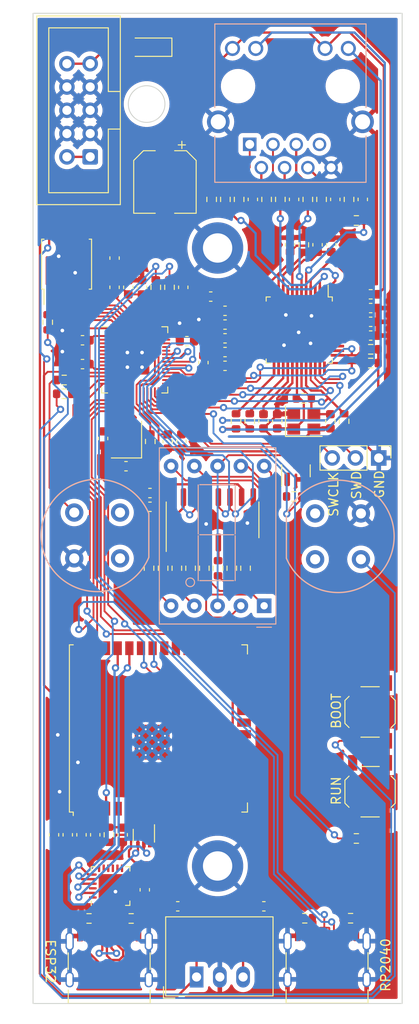
<source format=kicad_pcb>
(kicad_pcb (version 20221018) (generator pcbnew)
  (layers (0 "F.Cu" signal) (31 "B.Cu" signal) (34 "B.Paste" user) (35 "F.Paste" user) (36 "B.SilkS" user "B.Silkscreen") (37 "F.SilkS" user "F.Silkscreen") (38 "B.Mask" user) (39 "F.Mask" user) (44 "Edge.Cuts" user))
  (net 0 "")
  (net 1 "+3.3V")
  (net 2 "GND")
  (net 3 "VBUS")
  (net 4 "ESP_RESET")
  (net 5 "+3.3VA")
  (net 6 "Net-(U2-XI{slash}CLKIN)")
  (net 7 "RCT")
  (net 8 "Net-(U2-XO)")
  (net 9 "Net-(U2-TOCAP)")
  (net 10 "Net-(U2-1V2O)")
  (net 11 "Net-(J3-TCT)")
  (net 12 "RXP")
  (net 13 "Net-(J3-RD+)")
  (net 14 "Net-(J3-RD-)")
  (net 15 "RXN")
  (net 16 "+12V")
  (net 17 "Net-(D1-A)")
  (net 18 "Net-(J1-CC1)")
  (net 19 "Net-(U1-D+)")
  (net 20 "Net-(U1-D-)")
  (net 22 "Net-(J1-CC2)")
  (net 24 "Net-(J2-Pin_1)")
  (net 25 "DTR")
  (net 26 "RTS")
  (net 27 "ESP_GPIO_0")
  (net 28 "Net-(Q2-B)")
  (net 29 "Net-(Q2-C)")
  (net 30 "/CS_0")
  (net 31 "Net-(U2-TXN)")
  (net 32 "TXN")
  (net 33 "TXP")
  (net 34 "Net-(U2-TXP)")
  (net 35 "Net-(U2-RXN)")
  (net 36 "/INTn")
  (net 37 "Net-(U2-RXP)")
  (net 38 "/RSTn")
  (net 39 "LINKn")
  (net 40 "Net-(J3-Pad11)")
  (net 41 "ACTn")
  (net 42 "Net-(J3-Pad9)")
  (net 43 "Net-(U2-EXRES1)")
  (net 44 "Net-(U6-QA)")
  (net 45 "Net-(U6-QB)")
  (net 46 "Net-(U6-QC)")
  (net 47 "Net-(U6-QD)")
  (net 48 "Net-(U6-QE)")
  (net 49 "Net-(U6-QF)")
  (net 50 "Net-(U6-QG)")
  (net 51 "Net-(U6-QH)")
  (net 52 "NUM_DIG1")
  (net 54 "Net-(U1-VDD)")
  (net 65 "TXD")
  (net 66 "RXD")
  (net 76 "/SCK_0")
  (net 77 "/MISO_0")
  (net 78 "/MOSI_0")
  (net 104 "NUM_SCK")
  (net 105 "NUM_EN")
  (net 106 "NUM_SER")
  (net 107 "NUM_E")
  (net 108 "NUM_D")
  (net 109 "NUM_C")
  (net 110 "NUM_DP")
  (net 111 "NUM_B")
  (net 112 "NUM_A")
  (net 113 "NUM_F")
  (net 114 "NUM_G")
  (net 115 "+1V1")
  (net 118 "Net-(U7-XIN)")
  (net 119 "Net-(C56-Pad1)")
  (net 120 "Net-(J4-VBUS-PadA4)")
  (net 121 "Net-(J4-CC1)")
  (net 122 "D+")
  (net 123 "D-")
  (net 125 "Net-(J4-CC2)")
  (net 127 "Net-(R2-Pad1)")
  (net 128 "BUTTON_1")
  (net 129 "Net-(R5-Pad1)")
  (net 130 "BUTTON_2")
  (net 131 "Net-(U7-USB_DP)")
  (net 132 "Net-(U7-USB_DM)")
  (net 133 "Net-(U7-XOUT)")
  (net 134 "/RUN")
  (net 135 "Net-(R52-Pad2)")
  (net 136 "/QSPI_SS")
  (net 137 "/~{USB_BOOT}")
  (net 138 "ESP_BUSY")
  (net 139 "ESP_MOSI")
  (net 143 "ESP_CS")
  (net 144 "ESP_SCK")
  (net 148 "ESP_MISO")
  (net 157 "Net-(J5-Pin_2)")
  (net 158 "Net-(J5-Pin_3)")
  (net 163 "/QSPI_SD3")
  (net 164 "/QSPI_SCLK")
  (net 165 "/QSPI_SD0")
  (net 166 "/QSPI_SD2")
  (net 167 "/QSPI_SD1")
  (footprint "Connector_PinHeader_2.54mm:PinHeader_1x03_P2.54mm_Vertical" (layer "F.Cu") (at 98.14 96.6 -90)
    (fp_text reference "J5" hide)
    (fp_text value "Conn_01x03")
  )
  (footprint "Capacitor_SMD:CP_Elec_6.3x5.4" (layer "F.Cu") (at 74.8 66.5 -90)
    (fp_text reference "C25" hide)
    (fp_text value "100u")
  )
  (footprint "Resistor_SMD:R_0603_1608Metric" (layer "F.Cu") (at 87.4 68.4 90)
    (fp_text reference "R7" hide)
    (fp_text value "4.7")
  )
  (footprint "Capacitor_SMD:C_0603_1608Metric" (layer "F.Cu") (at 73.165 100.425 180)
    (fp_text reference "C28" hide)
    (fp_text value "100n")
  )
  (footprint "Resistor_SMD:R_0603_1608Metric" (layer "F.Cu") (at 73.065 108.625 90)
    (fp_text reference "R22" hide)
    (fp_text value "100")
  )
  (footprint "Resistor_SMD:R_0603_1608Metric" (layer "F.Cu") (at 73.2 94.8 -90)
    (fp_text reference "R47" hide)
    (fp_text value "1k")
  )
  (footprint "Capacitor_SMD:C_0603_1608Metric" (layer "F.Cu") (at 85.6 145.5)
    (fp_text reference "C27" hide)
    (fp_text value "10u")
  )
  (footprint "Resistor_SMD:R_0603_1608Metric" (layer "F.Cu") (at 80.6 108.625 90)
    (fp_text reference "R27" hide)
    (fp_text value "100")
  )
  (footprint "Package_TO_SOT_SMD:SOT-363_SC-70-6" (layer "F.Cu") (at 72.5 137.8 -90)
    (fp_text reference "Q1" hide)
    (fp_text value "MUN5214DW1T1G")
  )
  (footprint "Resistor_SMD:R_0603_1608Metric" (layer "F.Cu") (at 76.1 108.625 90)
    (fp_text reference "R24" hide)
    (fp_text value "100")
  )
  (footprint "Resistor_SMD:R_0603_1608Metric" (layer "F.Cu") (at 89.9625 73.35 -90)
    (fp_text reference "R20" hide)
    (fp_text value "12.4k")
  )
  (footprint "Capacitor_SMD:C_0603_1608Metric" (layer "F.Cu") (at 76.2 145.5 180)
    (fp_text reference "C26" hide)
    (fp_text value "10u")
  )
  (footprint "Capacitor_SMD:C_0603_1608Metric" (layer "F.Cu") (at 92.8625 92.6 -90)
    (fp_text reference "C19" hide)
    (fp_text value "22p")
  )
  (footprint "Resistor_SMD:R_0603_1608Metric" (layer "F.Cu") (at 75.3 77.9875 -90)
    (fp_text reference "R34" hide)
    (fp_text value "27")
  )
  (footprint "Resistor_SMD:R_0603_1608Metric" (layer "F.Cu") (at 94.3625 92.6 90)
    (fp_text reference "R6" hide)
    (fp_text value "10k")
  )
  (footprint "Package_SO:SOIC-8_5.23x5.23mm_P1.27mm" (layer "F.Cu") (at 64.065 75.4625 90)
    (fp_text reference "U11" hide)
    (fp_text value "W25Q128JVS")
  )
  (footprint "Capacitor_SMD:C_0603_1608Metric" (layer "F.Cu") (at 88.9 68.4 90)
    (fp_text reference "C23" hide)
    (fp_text value "6.8n")
  )
  (footprint "Resistor_SMD:R_0603_1608Metric" (layer "F.Cu") (at 95.7 138.1)
    (fp_text reference "R52" hide)
    (fp_text value "1k")
  )
  (footprint "Resistor_SMD:R_0603_1608Metric" (layer "F.Cu") (at 62 81.8 90)
    (fp_text reference "R53" hide)
    (fp_text value "1k")
  )
  (footprint "Capacitor_SMD:C_0603_1608Metric" (layer "F.Cu") (at 65.8 83.7625 180)
    (fp_text reference "C34" hide)
    (fp_text value "100n")
  )
  (footprint "Package_TO_SOT_SMD:SOT-23" (layer "F.Cu") (at 89.1 98 90)
    (fp_text reference "Q2" hide)
    (fp_text value "MMBT3904")
  )
  (footprint "Resistor_SMD:R_0603_1608Metric" (layer "F.Cu") (at 79.9 68.4 -90)
    (fp_text reference "R14" hide)
    (fp_text value "49.9")
  )
  (footprint "Resistor_SMD:R_0603_1608Metric" (layer "F.Cu") (at 82.9 68.4 -90)
    (fp_text reference "R21" hide)
    (fp_text value "10")
  )
  (footprint "Capacitor_SMD:C_0603_1608Metric" (layer "F.Cu") (at 65.69 137.7 -90)
    (fp_text reference "C1" hide)
    (fp_text value "10u")
  )
  (footprint "Diode_SMD:D_SOD-123" (layer "F.Cu") (at 73.2 51.8 180)
    (fp_text reference "D1" hide)
    (fp_text value "SM4007")
  )
  (footprint "Resistor_SMD:R_0603_1608Metric" (layer "F.Cu") (at 88.9 100.8)
    (fp_text reference "R31" hide)
    (fp_text value "1k")
  )
  (footprint "Capacitor_SMD:C_0603_1608Metric" (layer "F.Cu") (at 93.4 68.4 90)
    (fp_text reference "C18" hide)
    (fp_text value "10n")
  )
  (footprint "Capacitor_SMD:C_0603_1608Metric" (layer "F.Cu") (at 70.55 97.5 180)
    (fp_text reference "C56" hide)
    (fp_text value "27p")
  )
  (footprint "Capacitor_SMD:C_0603_1608Metric" (layer "F.Cu") (at 69.3 77.9875 90)
    (fp_text reference "C30" hide)
    (fp_text value "100n")
  )
  (footprint "Capacitor_SMD:C_0603_1608Metric" (layer "F.Cu") (at 77.2 83.8625)
    (fp_text reference "C38" hide)
    (fp_text value "100n")
  )
  (footprint "RF_Module:ESP32-WROOM-32U" (layer "F.Cu") (at 74.09 126.1 90)
    (fp_text reference "U3" hide)
    (fp_text value "ESP32-WROOM-32U")
  )
  (footprint "Resistor_SMD:R_0603_1608Metric" (layer "F.Cu") (at 89.9625 90.1 180)
    (fp_text reference "R17" hide)
    (fp_text value "1M")
  )
  (footprint "Resistor_SMD:R_0603_1608Metric" (layer "F.Cu") (at 68.69 137.7 90)
    (fp_text reference "R3" hide)
    (fp_text value "10k")
  )
  (footprint "Resistor_SMD:R_0603_1608Metric" (layer "F.Cu") (at 63.8 89.6)
    (fp_text reference "R5" hide)
    (fp_text value "1k")
  )
  (footprint "Capacitor_SMD:C_0603_1608Metric" (layer "F.Cu") (at 84.4 68.4 90)
    (fp_text reference "C22" hide)
    (fp_text value "10n")
  )
  (footprint "Capacitor_SMD:C_0603_1608Metric" (layer "F.Cu") (at 96.4 68.4 -90)
    (fp_text reference "C24" hide)
    (fp_text value "6.8n")
  )
  (footprint "Resistor_SMD:R_0603_1608Metric" (layer "F.Cu") (at 84.0625 92.6 -90)
    (fp_text reference "R19" hide)
    (fp_text value "470")
  )
  (footprint "Capacitor_SMD:C_0603_1608Metric" (layer "F.Cu") (at 70.8 77.9875 90)
    (fp_text reference "C32" hide)
    (fp_text value "100n")
  )
  (footprint "Button_Switch_SMD:SW_SPST_TL3342" (layer "F.Cu") (at 97.2 133 -90)
    (fp_text reference "SW3" hide)
    (fp_text value "SW_Push")
  )
  (footprint "Crystal:Crystal_SMD_3225-4Pin_3.2x2.5mm" (layer "F.Cu") (at 89.9625 92.6)
    (fp_text reference "Y1" hide)
    (fp_text value "25MHz")
  )
  (footprint "Capacitor_SMD:C_0603_1608Metric" (layer "F.Cu") (at 97.2625 83.25)
    (fp_text reference "C10" hide)
    (fp_text value "100n")
  )
  (footprint "Capacitor_SMD:C_0603_1608Metric" (layer "F.Cu") (at 76.6 94.8 -90)
    (fp_text reference "C31" hide)
    (fp_text value "100n")
  )
  (footprint "Capacitor_SMD:C_0603_1608Metric" (layer "F.Cu") (at 67.19 137.7 -90)
    (fp_text reference "C4" hide)
    (fp_text value "100n")
  )
  (footprint "Connector_USB:USB_C_Receptacle_Palconn_UTC16-G" (layer "F.Cu") (at 68.713299 151.25)
    (fp_text reference "J1" hide)
    (fp_text value "USB_C_Receptacle_USB2.0")
  )
  (footprint "Capacitor_SMD:C_0603_1608Metric" (layer "F.Cu") (at 92.9625 73.35 90)
    (fp_text reference "C14" hide)
    (fp_text value "100n")
  )
  (footprint "Capacitor_SMD:C_0603_1608Metric" (layer "F.Cu") (at 97.2625 81.75)
    (fp_text reference "C9" hide)
    (fp_text value "100n")
  )
  (footprint "Capacitor_SMD:C_0603_1608Metric" (layer "F.Cu") (at 81.3625 85.05 180)
    (fp_text reference "C11" hide)
    (fp_text value "100n")
  )
  (footprint "Resistor_SMD:R_0603_1608Metric" (layer "F.Cu") (at 97.2625 84.75 180)
    (fp_text reference "R12" hide)
    (fp_text value "10k")
  )
  (footprint "Capacitor_SMD:C_0603_1608Metric" (layer "F.Cu") (at 97.2625 80.25)
    (fp_text reference "C8" hide)
    (fp_text value "100n")
  )
  (footprint "Resistor_SMD:R_0603_1608Metric" (layer "F.Cu") (at 83.6 108.625 90)
    (fp_text reference "R29" hide)
    (fp_text value "100")
  )
  (footprint "Capacitor_SMD:C_0603_1608Metric" (layer "F.Cu") (at 76.8 77.9875 90)
    (fp_text reference "C39" hide)
    (fp_text value "1u")
  )
  (footprint "Resistor_SMD:R_0603_1608Metric" (layer "F.Cu") (at 94.9 68.4 90)
    (fp_text reference "R15" hide)
    (fp_text value "49.9")
  )
  (footprint "Package_SO:SOIC-16_3.9x9.9mm_P1.27mm" (layer "F.Cu") (at 80 103.35 90)
    (fp_text reference "U6" hide)
    (fp_text value "74HC595")
  )
  (footprint "Capacitor_SMD:C_0603_1608Metric" (layer "F.Cu") (at 69.3 74.8 -90)
    (fp_text reference "C71" hide)
    (fp_text value "100n")
  )
  (footprint "Resistor_SMD:R_0603_1608Metric" (layer "F.Cu") (at 90.069 146.8)
    (fp_text reference "R30" hide)
    (fp_text value "5.1k")
  )
  (footprint "Capacitor_SMD:C_0603_1608Metric" (layer "F.Cu") (at 68.05 94.475 -90)
    (fp_text reference "C52" hide)
    (fp_text value "27p")
  )
  (footprint "Capacitor_SMD:C_0603_1608Metric" (layer "F.Cu") (at 72.3 77.9875 90)
    (fp_text reference "C33" hide)
    (fp_text value "100n")
  )
  (footprint "Capacitor_SMD:C_0603_1608Metric" (layer "F.Cu") (at 62.69 137.7 -90)
    (fp_text reference "C3" hide)
    (fp_text value "10u")
  )
  (footprint "Resistor_SMD:R_0603_1608Metric" (layer "F.Cu") (at 63.8 88.1)
    (fp_text reference "R2" hide)
    (fp_text value "1k")
  )
  (footprint "Capacitor_SMD:C_0603_1608Metric" (layer "F.Cu") (at 72.6 143.7 90)
    (fp_text reference "C5" hide)
    (fp_text value "100n")
  )
  (footprint "Resistor_SMD:R_0603_1608Metric" (layer "F.Cu") (at 97.2625 86.25 180)
    (fp_text reference "R10" hide)
    (fp_text value "10k")
  )
  (footprint "Crystal:Crystal_SMD_3225-4Pin_3.2x2.5mm" (layer "F.Cu") (at 70.6 94.6 90)
    (fp_text reference "Y2" hide)
    (fp_text value "12MHz")
  )
  (footprint "Capacitor_SMD:C_0603_1608Metric" (layer "F.Cu") (at 64.19 137.7 -90)
    (fp_text reference "C2" hide)
    (fp_text value "10u")
  )
  (footprint "Capacitor_SMD:C_0603_1608Metric" (layer "F.Cu") (at 70.19 137.7 -90)
    (fp_text reference "C6" hide)
    (fp_text value "1u")
  )
  (footprint "Inductor_SMD:L_0603_1608Metric" (layer "F.Cu") (at 97.2625 78.75 180)
    (fp_text reference "FB1" hide)
    (fp_text value "FerriteBead")
  )
  (footprint "Package_DFN_QFN:QFN-24-1EP_4x4mm_P0.5mm_EP2.6x2.6mm" (layer "F.Cu") (at 68.863299 143.2875 90)
    (fp_text reference "U1" hide)
    (fp_text value "CP2104")
  )
  (footprint "Resistor_SMD:R_0603_1608Metric" (layer "F.Cu") (at 82.1 108.625 90)
    (fp_text reference "R28" hide)
    (fp_text value "100")
  )
  (footprint "Connector_USB:USB_C_Receptacle_Palconn_UTC16-G" (layer "F.Cu") (at 92.5 151.225)
    (fp_text reference "J4" hide)
    (fp_text value "USB_C_Receptacle_USB2.0")
  )
  (footprint "Button_Switch_SMD:SW_SPST_TL3342" (layer "F.Cu") (at 97.2 124.3 -90)
    (fp_text reference "SW4" hide)
    (fp_text value "SW_Push")
  )
  (footprint "Capacitor_SMD:C_0603_1608Metric" (layer "F.Cu") (at 79.8 79)
    (fp_text reference "C40" hide)
    (fp_text value "1u")
  )
  (footprint "MountingHole:MountingHole_3.2mm_M3_DIN965_Pad" (layer "F.Cu") (at 80.55 73.7)
    (fp_text reference "H2" hide)
    (fp_text value "MountingHole_Pad")
  )
  (footprint "Capacitor_SMD:C_0603_1608Metric" (layer "F.Cu") (at 81.3625 86.55 180)
    (fp_text reference "C21" hide)
    (fp_text value "100n")
  )
  (footprint "Capacitor_SMD:C_0603_1608Metric" (layer "F.Cu") (at 73.165 101.925 180)
    (fp_text reference "C29" hide)
    (fp_text value "10u")
  )
  (footprint "Resistor_SMD:R_0603_1608Metric" (layer "F.Cu") (at 95.069 146.8 180)
    (fp_text reference "R32" hide)
    (fp_text value "5.1k")
  )
  (footprint "Capacitor_SMD:C_0603_1608Metric" (layer "F.Cu") (at 85.5625 92.6 -90)
    (fp_text reference "C7" hide)
    (fp_text value "100n")
  )
  (footprint "Resistor_SMD:R_0603_1608Metric" (layer "F.Cu") (at 85.9 68.4 -90)
    (fp_text reference "R13" hide)
    (fp_text value "49.9")
  )
  (footprint "Capacitor_SMD:C_0603_1608Metric" (layer "F.Cu") (at 81.3625 80.55 180)
    (fp_text reference "C13" hide)
    (fp_text value "100n")
  )
  (footprint "Package_QFP:LQFP-48_7x7mm_P0.5mm" (layer "F.Cu") (at 89.4625 82.65 -90)
    (fp_text reference "U2" hide)
    (fp_text value "W5500")
  )
  (footprint "Capacitor_SMD:C_0603_1608Metric" (layer "F.Cu") (at 75.1 94.8 -90)
    (fp_text reference "C37" hide)
    (fp_text value "100n")
  )
  (footprint "Connector_IDC:IDC-Header_2x05_P2.54mm_Vertical" (layer "F.Cu") (at 66.64 63.76 180)
    (fp_text reference "J2" hide)
    (fp_text value "Conn_02x05_Odd_Even")
  )
  (footprint "Resistor_SMD:R_0603_1608Metric" (layer "F.Cu") (at 74.6 108.625 90)
    (fp_text reference "R23" hide)
    (fp_text value "100")
  )
  (footprint "Resistor_SMD:R_0603_1608Metric" (layer "F.Cu") (at 66.513299 146.825 180)
    (fp_text reference "R4" hide)
    (fp_text value "5.1k")
  )
  (footprint "Capacitor_SMD:C_0603_1608Metric" (layer "F.Cu") (at 79 86.2 90)
    (fp_text reference "C36" hide)
    (fp_text value "100n")
  )
  (footprint "Capacitor_SMD:C_0603_1608Metric" (layer "F.Cu") (at 65.8 86.3625 180)
    (fp_text reference "C35" hide)
    (fp_text value "100n")
  )
  (footprint "MountingHole:MountingHole_3.2mm_M3_DIN965_Pad" (layer "F.Cu") (at 80.55 141.1)
    (fp_text reference "H1" hide)
    (fp_text value "MountingHole_Pad")
  )
  (footprint "Resistor_SMD:R_0603_1608Metric" (layer "F.Cu") (at 81.4 68.4 -90)
    (fp_text reference "R8" hide)
    (fp_text value "4.7")
  )
  (footprint "Capacitor_SMD:C_0603_1608Metric" (layer "F.Cu") (at 88.4625 73.35 90)
    (fp_text reference "C15" hide)
    (fp_text value "100n")
  )
  (footprint "Capacitor_SMD:C_0603_1608Metric" (layer "F.Cu") (at 81.3625 83.55 180)
    (fp_text reference "C20" hide)
    (fp_text value "10u")
  )
  (footprint "Package_DFN_QFN:QFN-56-1EP_7x7mm_P0.4mm_EP3.2x3.2mm" (layer "F.Cu") (at 71.5 85.9)
    (fp_text reference "U7" hide)
    (fp_text value "RP2040")
  )
  (footprint "Capacitor_SMD:C_0603_1608Metric" (layer "F.Cu") (at 87.0625 92.6 -90)
    (fp_text reference "C17" hide)
    (fp_text value "22p")
  )
  (footprint "Resistor_SMD:R_0603_1608Metric" (layer "F.Cu") (at 82.5625 92.6 -90)
    (fp_text reference "R18" hide)
    (fp_text value "470")
  )
  (footprint "Converter_DCDC:Converter_DCDC_RECOM_R-78E-0.5_THT" (layer "F.Cu") (at 78.253 153.2075)
    (fp_text reference "U4" hide)
    (fp_text value "R-783.3-1.0")
  )
  (footprint "Resistor_SMD:R_0603_1608Metric" (layer "F.Cu") (at 73.8 77.9875 -90)
    (fp_text reference "R33" hide)
    (fp_text value "27")
  )
  (footprint "Capacitor_SMD:C_0603_1608Metric" (layer "F.Cu") (at 91.4625 73.35 90)
    (fp_text reference "C16" hide)
    (fp_text value "100n")
  )
  (footprint "Resistor_SMD:R_0603_1608Metric" (layer "F.Cu") (at 77.6 108.625 90)
    (fp_text reference "R25" hide)
    (fp_text value "100")
  )
  (footprint "Resistor_SMD:R_0603_1608Metric" (layer "F.Cu") (at 79.1 108.625 90)
    (fp_text reference "R26" hide)
    (fp_text value "100")
  )
  (footprint "Resistor_SMD:R_0603_1608Metric" (layer "F.Cu") (at 71.113299 146.825 180)
    (fp_text reference "R1" hide)
    (fp_text value "5.1k")
  )
  (footprint "Resistor_SMD:R_0603_1608Metric" (layer "F.Cu") (at 95.7 70.7 180)
    (fp_text reference "R9" hide)
    (fp_text value "4.7")
  )
  (footprint "Resistor_SMD:R_0603_1608Metric" (layer "F.Cu") (at 91.9 68.4 90)
    (fp_text reference "R16" hide)
    (fp_text value "49.9")
  )
  (footprint "Capacitor_SMD:C_0603_1608Metric" (layer "F.Cu") (at 81.3625 82.05 180)
    (fp_text reference "C12" hide)
    (fp_text value "100n")
  )
  (footprint "Resistor_SMD:R_0603_1608Metric" (layer "F.Cu") (at 90.4 68.4 -90)
    (fp_text reference "R11" hide)
    (fp_text value "4.7")
  )
  (footprint "Display_7Segment:D1X8K" (layer "B.Cu") (at 85.63 112.7205 90)
    (fp_text reference "U8" hide)
    (fp_text value "SC52-11")
  )
  (footprint "Button_Switch_THT:Push_E-Switch_KS01Q01" (layer "B.Cu") (at 64.9 102.55 -90)
    (fp_text reference "SW1" hide)
    (fp_text value "SW_Push")
  )
  (footprint "footprints:BEL_SI-46001-F" (layer "B.Cu") (at 88.5 56.045)
    (fp_text reference "J3" hide)
    (fp_text value "SI-46001-F")
  )
  (footprint "Button_Switch_THT:Push_E-Switch_KS01Q01" (layer "B.Cu") (at 96.2 107.65 90)
    (fp_text reference "SW2" hide)
    (fp_text value "SW_Push")
  )
  (gr_circle (center 72.8 58) (end 74.8 58) (stroke (width 0.1)) (fill none) (layer "Edge.Cuts"))
  (gr_rect (start 60.4 48.1) (end 100.7 156.1) (stroke (width 0.1)) (fill none) (layer "Edge.Cuts"))
  (gr_text "RUN" (at 93.5 132.9 90) (layer "F.SilkS") (effects (font (size 1 1))))
  (gr_text "RP2040" (at 98.9 151.9 90) (layer "F.SilkS") (effects (font (size 1 1))))
  (gr_text "ESP32" (at 62.3 151.5 -90) (layer "F.SilkS") (effects (font (size 1 1))))
  (gr_text "SWCLK" (at 93.8 103.1 90) (layer "F.SilkS") (effects (font (size 1 1)) (justify left bottom)))
  (gr_text "GND" (at 98.8 101.1 90) (layer "F.SilkS") (effects (font (size 1 1)) (justify left bottom)))
  (gr_text "SWD" (at 96.3 101.2 90) (layer "F.SilkS") (effects (font (size 1 1)) (justify left bottom)))
  (gr_text "BOOT" (at 93.5 124.2 90) (layer "F.SilkS") (effects (font (size 1 1))))
  (segment (start 82.749999 99.475) (end 75.980001 99.475) (width 0.25) (layer "F.Cu") (net 1))
  (segment (start 70.8 78.7625) (end 72.3 78.7625) (width 0.2) (layer "F.Cu") (net 1))
  (segment (start 98.0875 84.75) (end 97.9875 84.75) (width 0.25) (layer "F.Cu") (net 1))
  (segment (start 69.3 74.025) (end 67.95 74.025) (width 0.25) (layer "F.Cu") (net 1))
  (segment (start 68.0625 86.9) (end 67.1125 86.9) (width 0.2) (layer "F.Cu") (net 1))
  (segment (start 66.641726 69.6375) (end 67.925 70.920774) (width 0.25) (layer "F.Cu") (net 1))
  (segment (start 82.175 68.5) (end 82.9 69.225) (width 0.25) (layer "F.Cu") (net 1))
  (segment (start 69.3 74.025) (end 69.3 69.8) (width 0.25) (layer "F.Cu") (net 1))
  (segment (start 92.4625 85.45) (end 92.4625 82.757236) (width 0.25) (layer "F.Cu") (net 1))
  (segment (start 79.3 145.5) (end 84.825 145.5) (width 0.25) (layer "F.Cu") (net 1))
  (segment (start 67.1125 86.9) (end 66.575 86.3625) (width 0.2) (layer "F.Cu") (net 1))
  (segment (start 92.285 51.935) (end 94.02 50.2) (width 0.25) (layer "F.Cu") (net 1))
  (segment (start 68.0625 83.3) (end 68.59636 83.3) (width 0.2) (layer "F.Cu") (net 1))
  (segment (start 75 80.3625) (end 76.7375 80.3625) (width 0.2) (layer "F.Cu") (net 1))
  (segment (start 74.1 94) (end 74.125 94.025) (width 0.2) (layer "F.Cu") (net 1))
  (segment (start 93.625 82.4) (end 93.625 81.4) (width 0.25) (layer "F.Cu") (net 1))
  (segment (start 72.1 78.9625) (end 72.3 78.7625) (width 0.2) (layer "F.Cu") (net 1))
  (segment (start 92.819736 82.4) (end 93.625 82.4) (width 0.25) (layer "F.Cu") (net 1))
  (segment (start 85.5625 90.95) (end 88.2125 88.3) (width 0.25) (layer "F.Cu") (net 1))
  (segment (start 83.175 100.875) (end 83.175 99.900001) (width 0.25) (layer "F.Cu") (net 1))
  (segment (start 63.4625 69.6375) (end 66.641726 69.6375) (width 0.25) (layer "F.Cu") (net 1))
  (segment (start 98.7 53.9) (end 98.7 78.1) (width 0.25) (layer "F.Cu") (net 1))
  (segment (start 70.875 139.399695) (end 70.875 140.075) (width 0.25) (layer "F.Cu") (net 1))
  (segment (start 93.625 81.4) (end 95.3375 81.4) (width 0.25) (layer "F.Cu") (net 1))
  (segment (start 71.7 80.2625) (end 70.8 79.3625) (width 0.2) (layer "F.Cu") (net 1))
  (segment (start 94.475 93.425) (end 98.0875 89.8125) (width 0.25) (layer "F.Cu") (net 1))
  (segment (start 83.333 153.2075) (end 83.333 146.992) (width 0.25) (layer "F.Cu") (net 1))
  (segment (start 77.8 66.8) (end 77.9 66.7) (width 0.25) (layer "F.Cu") (net 1))
  (segment (start 93.625 81.9) (end 96.3375 81.9) (width 0.25) (layer "F.Cu") (net 1))
  (segment (start 96.3375 81.9) (end 96.4875 81.75) (width 0.25) (layer "F.Cu") (net 1))
  (segment (start 62.69 136.925) (end 67.19 136.925) (width 0.25) (layer "F.Cu") (net 1))
  (segment (start 70.875 140.075) (end 71.5 140.7) (width 0.25) (layer "F.Cu") (net 1))
  (segment (start 79.9 69.225) (end 80.625 68.5) (width 0.25) (layer "F.Cu") (net 1))
  (segment (start 71.5 140.7) (end 74.5 140.7) (width 0.25) (layer "F.Cu") (net 1))
  (segment (start 95 50.2) (end 98.7 53.9) (width 0.25) (layer "F.Cu") (net 1))
  (segment (start 98.0875 86.25) (end 98.0875 84.75) (width 0.25) (layer "F.Cu") (net 1))
  (segment (start 62 87.2) (end 65.7375 87.2) (width 0.2) (layer "F.Cu") (net 1))
  (segment (start 74.5 140.7) (end 79.3 145.5) (width 0.25) (layer "F.Cu") (net 1))
  (segment (start 73.7 81.6625) (end 75 80.3625) (width 0.2) (layer "F.Cu") (net 1))
  (segment (start 62.16 73.54) (end 62 73.7) (width 0.25) (layer "F.Cu") (net 1))
  (segment (start 97.9875 84.75) (end 96.4875 83.25) (width 0.25) (layer "F.Cu") (net 1))
  (segment (start 97.9875 78.75) (end 96.4875 80.25) (width 0.25) (layer "F.Cu") (net 1))
  (segment (start 98.05 78.75) (end 97.9875 78.75) (width 0.25) (layer "F.Cu") (net 1))
  (segment (start 73.05 78.0125) (end 78.0375 78.0125) (width 0.2) (layer "F.Cu") (net 1))
  (segment (start 83.91 50.2) (end 90.55 50.2) (width 0.25) (layer "F.Cu") (net 1))
  (segment (start 72.3 78.7625) (end 73.05 78.0125) (width 0.2) (layer "F.Cu") (net 1))
  (segment (start 68.95886 83.6625) (end 68.8 83.50364) (width 0.2) (layer "F.Cu") (net 1))
  (segment (start 95.6375 82.4) (end 96.4875 83.25) (width 0.25) (layer "F.Cu") (net 1))
  (segment (start 93.625 82.4) (end 95.6375 82.4) (width 0.25) (layer "F.Cu") (net 1))
  (segment (start 77.05 87.5) (end 78.475 87.5) (width 0.2) (layer "F.Cu") (net 1))
  (segment (start 68.69 138.525) (end 68.69 138.425) (width 0.25) (layer "F.Cu") (net 1))
  (segment (start 68.8 83.50364) (end 68.8 86.69636) (width 0.2) (layer "F.Cu") (net 1))
  (segment (start 92.1625 85.75) (end 92.4625 85.45) (width 0.25) (layer "F.Cu") (net 1))
  (segment (start 79 86.975) (end 79.775 86.2) (width 0.2) (layer "F.Cu") (net 1))
  (segment (start 80.625 68.5) (end 82.175 68.5) (width 0.25) (layer "F.Cu") (net 1))
  (segment (start 77.9 66.7) (end 77.9 56.21) (width 0.25) (layer "F.Cu") (net 1))
  (segment (start 67.105 126.905) (end 61.6 121.4) (width 0.25) (layer "F.Cu") (net 1))
  (segment (start 71.1 137.9) (end 71.1 139.174695) (width 0.25) (layer "F.Cu") (net 1))
  (segment (start 68.69 138.525) (end 69.515 137.7) (width 0.25) (layer "F.Cu") (net 1))
  (segment (start 71.7 82.4625) (end 71.7 80.2625) (width 0.2) (layer "F.Cu") (net 1))
  (segment (start 90.55 50.2) (end 92.285 51.935) (width 0.25) (layer "F.Cu") (net 1))
  (segment (start 73.94 100.425) (end 74.1 100.265) (width 0.2) (layer "F.Cu") (net 1))
  (segment (start 73.1375 88.1625) (end 73.7 87.6) (width 0.2) (layer "F.Cu") (net 1))
  (segment (start 72.1 82.4625) (end 72.1 78.9625) (width 0.2) (layer "F.Cu") (net 1))
  (segment (start 94.02 50.2) (end 95 50.2) (width 0.25) (layer "F.Cu") (net 1))
  (segment (start 88.469736 85.75) (end 92.1625 85.75) (width 0.25) (layer "F.Cu") (net 1))
  (segment (start 85.075 68.4) (end 85.9 69.225) (width 0.25) (layer "F.Cu") (net 1))
  (segment (start 83.725 68.4) (end 85.075 68.4) (width 0.25) (layer "F.Cu") (net 1))
  (segment (start 62.16 70.94) (end 63.4625 69.6375) (width 0.25) (layer "F.Cu") (net 1))
  (segment (start 88.2125 86.007236) (end 88.469736 85.75) (width 0.25) (layer "F.Cu") (net 1))
  (segment (start 95.3375 81.4) (end 96.4875 80.25) (width 0.25) (layer "F.Cu") (net 1))
  (segment (start 79.9 69.225) (end 77.9 67.225) (width 0.25) (layer "F.Cu") (net 1))
  (segment (start 77.9 56.21) (end 82.175 51.935) (width 0.25) (layer "F.Cu") (net 1))
  (segment (start 73.7 82.4625) (end 74.1 82.4625) (width 0.2) (layer "F.Cu") (net 1))
  (segment (start 75.8625 83.3) (end 76.425 83.8625) (width 0.2) (layer "F.Cu") (net 1))
  (segment (start 82.9 69.225) (end 83.725 68.4) (width 0.25) (layer "F.Cu") (net 1))
  (segment (start 71.7 88.637954) (end 72.175455 88.1625) (width 0.2) (layer "F.Cu") (net 1))
  (segment (start 68.8 86.69636) (end 68.59636 86.9) (width 0.2) (layer "F.Cu") (net 1))
  (segment (start 82.175 51.935) (end 83.91 50.2) (width 0.25) (layer "F.Cu") (net 1))
  (segment (start 75.980001 99.475) (end 75.555 99.900001) (width 0.25) (layer "F.Cu") (net 1))
  (segment (start 67.19 136.925) (end 67.19 134.935) (width 0.25) (layer "F.Cu") (net 1))
  (segment (start 66.575 86.3625) (end 65.7375 87.2) (width 0.2) (layer "F.Cu") (net 1))
  (segment (start 68.0625 83.3) (end 67.0375 83.3) (width 0.2) (layer "F.Cu") (net 1))
  (segment (start 76.7375 80.3625) (end 77.6 79.5) (width 0.2) (layer "F.Cu") (net 1))
  (segment (start 74.125 94.025) (end 75.1 94.025) (width 0.2) (layer "F.Cu") (net 1))
  (segment (start 67.925 74) (end 67.925 77.525) (width 0.25) (layer "F.Cu") (net 1))
  (segment (start 73.7 82.4625) (end 73.7 81.6625) (width 0.2) (layer "F.Cu") (net 1))
  (segment (start 62.16 71.8625) (end 62.16 73.54) (width 0.25) (layer "F.Cu") (net 1))
  (segment (start 74.1 100.265) (end 74.1 94) (width 0.2) (layer "F.Cu") (net 1))
  (segment (start 74.9375 86.9) (end 76.45 86.9) (width 0.2) (layer "F.Cu") (net 1))
  (segment (start 72.175455 88.1625) (end 73.1375 88.1625) (width 0.2) (layer "F.Cu") (net 1))
  (segment (start 96.4875 80.25) (end 96.4875 83.25) (width 0.25) (layer "F.Cu") (net 1))
  (segment (start 73.94 101.925) (end 73.94 100.425) (width 0.25) (layer "F.Cu") (net 1))
  (segment (start 74.1 82.4625) (end 74.9375 83.3) (width 0.2) (layer "F.Cu") (net 1))
  (segment (start 83.175 99.900001) (end 82.749999 99.475) (width 0.25) (layer "F.Cu") (net 1))
  (segment (start 85.5625 91.825) (end 85.5625 90.95) (width 0.25) (layer "F.Cu") (net 1))
  (segment (start 61.6 121.4) (end 61.6 87.6) (width 0.25) (layer "F.Cu") (net 1))
  (segment (start 79.775 79.75) (end 79.025 79) (width 0.2) (layer "F.Cu") (net 1))
  (segment (start 67.925 77.525) (end 68.3875 77.9875) (width 0.25) (layer "F.Cu") (net 1))
  (segment (start 74.1 94) (end 74.1 93.1) (width 0.2) (layer "F.Cu") (net 1))
  (segment (start 73.94 100.425) (end 75.105 100.425) (width 0.25) (layer "F.Cu") (net 1))
  (segment (start 61.6 86.1) (end 61.9 85.8) (width 0.2) (layer "F.Cu") (net 1))
  (segment (start 83.333 146.992) (end 84.825 145.5) (width 0.25) (layer "F.Cu") (net 1))
  (segment (start 68.69 138.425) (end 67.19 136.925) (width 0.25) (layer "F.Cu") (net 1))
  (segment (start 61.6 87.6) (end 61.6 86.1) (width 0.2) (layer "F.Cu") (net 1))
  (segment (start 71.7 82.4625) (end 72.1 82.4625) (width 0.2) (layer "F.Cu") (net 1))
  (segment (start 71.7 90.7) (end 71.7 89.3375) (width 0.2) (layer "F.Cu") (net 1))
  (segment (start 67.925 70.920774) (end 67.925 74) (width 0.25) (layer "F.Cu") (net 1))
  (segment (start 68.59636 83.3) (end 68.8 83.50364) (width 0.2) (layer "F.Cu") (net 1))
  (segment (start 70.8 79.3625) (end 70.8 78.7625) (width 0.2) (layer "F.Cu") (net 1))
  (segment (start 70.9 137.7) (end 71.1 137.9) (width 0.25) (layer "F.Cu") (net 1))
  (segment (start 71.1 139.174695) (end 70.875 139.399695) (width 0.25) (layer "F.Cu") (net 1))
  (segment (start 75.105 100.425) (end 75.555 100.875) (width 0.25) (layer "F.Cu") (net 1))
  (segment (start 74.9375 83.3) (end 75.8625 83.3) (width 0.2) (layer "F.Cu") (net 1))
  (segment (start 79.775 86.2) (end 79.775 79.75) (width 0.2) (layer "F.Cu") (net 1))
  (segment (start 72.3 66.8) (end 77.8 66.8) (width 0.25) (layer "F.Cu") (net 1))
  (segment (start 67.105 134.85) (end 67.105 126.905) (width 0.25) (layer "F.Cu") (net 1))
  (segment (start 67.19 134.935) (end 67.105 134.85) (width 0.25) (layer "F.Cu") (net 1))
  (segment (start 88.2125 86.8125) (end 88.2125 86.007236) (width 0.25) (layer "F.Cu") (net 1))
  (segment (start 69.3 69.8) (end 72.3 66.8) (width 0.25) (layer "F.Cu") (net 1))
  (segment (start 88.2125 88.3) (end 88.2125 86.8125) (width 0.25) (layer "F.Cu") (net 1))
  (segment (start 73.7 84.0625) (end 73.3 83.6625) (width 0.2) (layer "F.Cu") (net 1))
  (segment (start 68.3875 77.9875) (end 70.025 77.9875) (width 0.25) (layer "F.Cu") (net 1))
  (segment (start 94.3625 93.425) (end 94.475 93.425) (width 0.25) (layer "F.Cu") (net 1))
  (segment (start 62 87.2) (end 61.6 87.6) (width 0.2) (layer "F.Cu") (net 1))
  (segment (start 70.025 77.9875) (end 70.8 78.7625) (width 0.25) (layer "F.Cu") (net 1))
  (segment (start 74.1 93.1) (end 71.7 90.7) (width 0.2) (layer "F.Cu") (net 1))
  (segment (start 77.6 79.5) (end 77.6 78.0125) (width 0.2) (layer "F.Cu") (net 1))
  (segment (start 78.0375 78.0125) (end 79.025 79) (width 0.2) (layer "F.Cu") (net 1))
  (segment (start 66.575 86.3625) (end 66.575 83.7625) (width 0.2) (layer "F.Cu") (net 1))
  (segment (start 69.515 137.7) (end 70.9 137.7) (width 0.25) (layer "F.Cu") (net 1))
  (segment (start 78.475 87.5) (end 79 86.975) (width 0.2) (layer "F.Cu") (net 1))
  (segment (start 98.0875 89.8125) (end 98.0875 86.25) (width 0.25) (layer "F.Cu") (net 1))
  (segment (start 92.4625 82.757236) (end 92.819736 82.4) (width 0.25) (layer "F.Cu") (net 1))
  (segment (start 76.45 86.9) (end 77.05 87.5) (width 0.2) (layer "F.Cu") (net 1))
  (segment (start 71.7 89.3375) (end 71.7 88.637954) (width 0.2) (layer "F.Cu") (net 1))
  (segment (start 67.0375 83.3) (end 66.575 83.7625) (width 0.2) (layer "F.Cu") (net 1))
  (segment (start 77.9 67.225) (end 77.9 66.7) (width 0.25) (layer "F.Cu") (net 1))
  (segment (start 68.59636 86.9) (end 68.0625 86.9) (width 0.2) (layer "F.Cu") (net 1))
  (segment (start 62.16 71.8625) (end 62.16 70.94) (width 0.25) (layer "F.Cu") (net 1))
  (segment (start 98.7 78.1) (end 98.05 78.75) (width 0.25) (layer "F.Cu") (net 1))
  (segment (start 67.95 74.025) (end 67.925 74) (width 0.25) (layer "F.Cu") (net 1))
  (segment (start 75.555 99.900001) (end 75.555 100.875) (width 0.25) (layer "F.Cu") (net 1))
  (segment (start 73.7 87.6) (end 73.7 84.0625) (width 0.2) (layer "F.Cu") (net 1))
  (segment (start 73.3 83.6625) (end 68.95886 83.6625) (width 0.2) (layer "F.Cu") (net 1))
  (via (at 62 73.7) (size 0.8) (drill 0.4) (layers "F.Cu" "B.Cu") (net 1))
  (via (at 61.9 85.8) (size 0.8) (drill 0.4) (layers "F.Cu" "B.Cu") (net 1))
  (segment (start 62 73.7) (end 61.2 74.5) (width 0.25) (layer "B.Cu") (net 1))
  (segment (start 61.2 74.5) (end 61.2 85.1) (width 0.25) (layer "B.Cu") (net 1))
  (segment (start 61.2 85.1) (end 61.9 85.8) (width 0.25) (layer "B.Cu") (net 1))
  (segment (start 88.2125 80.7875) (end 88 81) (width 0.25) (layer "F.Cu") (net 2))
  (segment (start 93.9875 94.5) (end 96.04 94.5) (width 0.25) (layer "F.Cu") (net 2))
  (segment (start 91.2125 80.2) (end 91.2125 80.6875) (width 0.25) (layer "F.Cu") (net 2))
  (segment (start 87.4 80.4) (end 88 81) (width 0.25) (layer "F.Cu") (net 2))
  (segment (start 68.833299 143.33) (end 68.833299 143.3175) (width 0.25) (layer "F.Cu") (net 2))
  (segment (start 68.113299 144.0375) (end 68.820799 143.33) (width 0.25) (layer "F.Cu") (net 2))
  (segment (start 89.575 95.875) (end 90.05 96.35) (width 0.25) (layer "F.Cu") (net 2))
  (segment (start 68.84415 143.255851) (end 68.894948 143.255851) (width 0.25) (layer "F.Cu") (net 2))
  (segment (start 85.5625 93.375) (end 86.8125 94.625) (width 0.25) (layer "F.Cu") (net 2))
  (segment (start 68.84415 143.306649) (end 68.84415 143.255851) (width 0.25) (layer "F.Cu") (net 2))
  (segment (start 85.3 80.4) (end 87.4 80.4) (width 0.25) (layer "F.Cu") (net 2))
  (segment (start 89.8875 94.625) (end 91.0625 93.45) (width 0.25) (layer "F.Cu") (net 2))
  (segment (start 86.8125 94.625) (end 89.8875 94.625) (width 0.25) (layer "F.Cu") (net 2))
  (segment (start 87.0625 91.825) (end 87.0625 91.875) (width 0.25) (layer "F.Cu") (net 2))
  (segment (start 68.113299 145.225) (end 68.113299 144.0375) (width 0.25) (layer "F.Cu") (net 2))
  (segment (start 70.5 86.9) (end 70.7 86.7) (width 0.2) (layer "F.Cu") (net 2))
  (segment (start 68.894948 143.255851) (end 68.863299 143.2875) (width 0.25) (layer "F.Cu") (net 2))
  (segment (start 68.820799 143.33) (end 68.833299 143.33) (width 0.25) (layer "F.Cu") (net 2))
  (segment (start 88.2125 78.4875) (end 88.2125 80.7875) (width 0.25) (layer "F.Cu") (net 2))
  (segment (start 68.833299 143.3175) (end 68.84415 143.306649) (width 0.25) (layer "F.Cu") (net 2))
  (segment (start 85.3 82.9) (end 89.4 82.9) (width 0.25) (layer "F.Cu") (net 2))
  (segment (start 76.6 95.575) (end 76.9 95.875) (width 0.25) (layer "F.Cu") (net 2))
  (segment (start 76.9 95.875) (end 89.575 95.875) (width 0.25) (layer "F.Cu") (net 2))
  (segment (start 69.75 95.7) (end 69.75 95.45) (width 0.2) (layer "F.Cu") (net 2))
  (segment (start 85.3 81.4) (end 87.6 81.4) (width 0.25) (layer "F.Cu") (net 2))
  (segment (start 88.7125 88.436396) (end 87.0625 90.086396) (width 0.25) (layer "F.Cu") (net 2))
  (segment (start 70.5 89.3375) (end 70.5 86.9) (width 0.2) (layer "F.Cu") (net 2))
  (segment (start 71.45 93.75) (end 71.45 93.5) (width 0.2) (layer "F.Cu") (net 2))
  (segment (start 88.7125 86.8125) (end 88.7125 88.436396) (width 0.25) (layer "F.Cu") (net 2))
  (segment (start 91.2125 78.4875) (end 91.2125 80.2) (width 0.25) (layer "F.Cu") (net 2))
  (segment (start 87.6 81.4) (end 88 81) (width 0.25) (layer "F.Cu") (net 2))
  (segment (start 90.05 96.35) (end 90.05 98.6375) (width 0.25) (layer "F.Cu") (net 2))
  (segment (start 69.75 95.45) (end 71.45 93.75) (width 0.2) (layer "F.Cu") (net 2))
  (segment (start 93.625 79.9) (end 91.5125 79.9) (width 0.25) (layer "F.Cu") (net 2))
  (segment (start 91.5125 79.9) (end 91.2125 80.2) (width 0.25) (layer "F.Cu") (net 2))
  (segment (start 96.04 94.5) (end 98.14 96.6) (width 0.25) (layer "F.Cu") (net 2))
  (segment (start 87.0625 90.086396) (end 87.0625 91.825) (width 0.25) (layer "F.Cu") (net 2))
  (segment (start 91.2125 80.6875) (end 90.8 81.1) (width 0.25) (layer "F.Cu") (net 2))
  (segment (start 87.0625 91.875) (end 85.5625 93.375) (width 0.25) (layer "F.Cu") (net 2))
  (segment (start 92.8625 93.375) (end 93.9875 94.5) (width 0.25) (layer "F.Cu") (net 2))
  (via (at 88 81) (size 0.8) (drill 0.4) (layers "F.Cu" "B.Cu") (net 2))
  (via (at 63.3 133) (size 0.8) (drill 0.4) (layers "F.Cu" "B.Cu") (net 2))
  (via (at 63.6 85) (size 0.8) (drill 0.4) (layers "F.Cu" "B.Cu") (net 2))
  (via (at 65 76.4) (size 0.8) (drill 0.4) (layers "F.Cu" "B.Cu") (net 2))
  (via (at 70.7 85.1) (size 0.8) (drill 0.4) (layers "F.Cu" "B.Cu") (net 2))
  (via (at 87.8 84.3) (size 0.8) (drill 0.4) (layers "F.Cu" "B.Cu") (net 2))
  (via (at 89.4 82.9) (size 0.8) (drill 0.4) (layers "F.Cu" "B.Cu") (net 2))
  (via (at 76.4 81.9) (size 0.8) (drill 0.4) (layers "F.Cu" "B.Cu") (net 2))
  (via (at 69.4 143.9) (size 0.8) (drill 0.4) (layers "F.Cu" "B.Cu") (net 2))
  (via (at 63.6 82.7) (size 0.8) (drill 0.4) (layers "F.Cu" "B.Cu") (net 2))
  (via (at 90.7 84.1) (size 0.8) (drill 0.4) (layers "F.Cu" "B.Cu") (net 2))
  (via (at 72.3 85.1) (size 0.8) (drill 0.4) (layers "F.Cu" "B.Cu") (net 2))
  (via (at 65.3 129.8) (size 0.8) (drill 0.4) (layers "F.Cu" "B.Cu") (net 2))
  (via (at 78.5 81.5) (size 0.8) (drill 0.4) (layers "F.Cu" "B.Cu") (net 2))
  (via (at 90.8 81.1) (size 0.8) (drill 0.4) (layers "F.Cu" "B.Cu") (net 2))
  (via (at 63.1 126.8) (size 0.8) (drill 0.4) (layers "F.Cu" "B.Cu") (net 2))
  (via (at 72.3 86.7) (size 0.8) (drill 0.4) (layers "F.Cu" "B.Cu") (net 2))
  (via (at 79.3 103.8) (size 0.8) (drill 0.4) (layers "F.Cu" "B.Cu") (net 2))
  (via (at 83.8 103.7) (size 0.8) (drill 0.4) (layers "F.Cu" "B.Cu") (net 2))
  (via (at 70.7 86.7) (size 0.8) (drill 0.4) (layers "F.Cu" "B.Cu") (net 2))
  (via (at 63.2 74.6) (size 0.8) (drill 0.4) (layers "F.Cu" "B.Cu") (net 2))
  (segment (start 71.113299 148.74) (end 71.113299 144.85) (width 0.25) (layer "F.Cu") (net 3))
  (segment (start 71.113299 149.335406) (end 70.688299 149.760406) (width 0.25) (layer "F.Cu") (net 3))
  (segment (start 67.762994 151.8) (end 66.498299 150.535305) (width 0.25) (layer "F.Cu") (net 3))
  (segment (start 66.498299 149.645) (end 66.488299 149.635) (width 0.25) (layer "F.Cu") (net 3))
  (segment (start 66.488299 148.915) (end 66.313299 148.74) (width 0.25) (layer "F.Cu") (net 3))
  (segment (start 70.688299 149.760406) (end 70.688299 151.111701) (width 0.25) (layer "F.Cu") (net 3))
  (segment (start 70.800799 144.5375) (end 72.5375 144.5375) (width 0.25) (layer "F.Cu") (net 3))
  (segment (start 70.688299 151.111701) (end 70 151.8) (width 0.25) (layer "F.Cu") (net 3))
  (segment (start 72.5375 144.5375) (end 72.6 144.475) (width 0.25) (layer "F.Cu") (net 3))
  (segment (start 71.113299 148.74) (end 71.113299 149.335406) (width 0.25) (layer "F.Cu") (net 3))
  (segment (start 66.488299 149.635) (end 66.488299 148.915) (width 0.25) (layer "F.Cu") (net 3))
  (segment (start 66.498299 150.535305) (end 66.498299 149.645) (width 0.25) (layer "F.Cu") (net 3))
  (segment (start 70.800799 144.5375) (end 70.800799 144.0375) (width 0.25) (layer "F.Cu") (net 3))
  (segment (start 71.113299 144.85) (end 70.800799 144.5375) (width 0.25) (layer "F.Cu") (net 3))
  (segment (start 70 151.8) (end 67.762994 151.8) (width 0.25) (layer "F.Cu") (net 3))
  (segment (start 68.2 100.7) (end 66.4 98.9) (width 0.2) (layer "F.Cu") (net 4))
  (segment (start 70.265 136.85) (end 70.19 136.925) (width 0.25) (layer "F.Cu") (net 4))
  (segment (start 70.14 136.875) (end 70.19 136.925) (width 0.25) (layer "F.Cu") (net 4))
  (segment (start 68.375 133.125) (end 68.4 133.1) (width 0.25) (layer "F.Cu") (net 4))
  (segment (start 66.4 98.9) (end 66.4 92.234315) (width 0.2) (layer "F.Cu") (net 4))
  (segment (start 68.69 136.875) (end 70.14 136.875) (width 0.25) (layer "F.Cu") (net 4))
  (segment (start 71.85 136.85) (end 70.265 136.85) (width 0.25) (layer "F.Cu") (net 4))
  (segment (start 69.7 90.634314) (end 69.7 89.3375) (width 0.2) (layer "F.Cu") (net 4))
  (segment (start 68.2 113.310756) (end 68.2 100.7) (width 0.2) (layer "F.Cu") (net 4))
  (segment (start 66.4 92.234315) (end 67.534314 91.1) (width 0.2) (layer "F.Cu") (net 4))
  (segment (start 69.294622 114.405378) (end 68.2 113.310756) (width 0.2) (layer "F.Cu") (net 4))
  (segment (start 68.375 136.56) (end 68.69 136.875) (width 0.25) (layer "F.Cu") (net 4))
  (segment (start 69.234314 91.1) (end 69.7 90.634314) (width 0.2) (layer "F.Cu") (net 4))
  (segment (start 67.534314 91.1) (end 69.234314 91.1) (width 0.2) (layer "F.Cu") (net 4))
  (segment (start 68.375 134.85) (end 68.375 136.56) (width 0.25) (layer "F.Cu") (net 4))
  (segment (start 68.375 134.85) (end 68.375 133.125) (width 0.25) (layer "F.Cu") (net 4))
  (via (at 69.294622 114.405378) (size 0.8) (drill 0.4) (layers "F.Cu" "B.Cu") (net 4))
  (via (at 68.4 133.1) (size 0.8) (drill 0.4) (layers "F.Cu" "B.Cu") (net 4))
  (segment (start 69.1 114.6) (end 69.1 118) (width 0.2) (layer "B.Cu") (net 4))
  (segment (start 69.1 118) (end 68.4 118.7) (width 0.2) (layer "B.Cu") (net 4))
  (segment (start 68.4 118.7) (end 68.4 133.1) (width 0.2) (layer "B.Cu") (net 4))
  (segment (start 69.294622 114.405378) (end 69.1 114.6) (width 0.2) (layer "B.Cu") (net 4))
  (segment (start 82.4875 80.9) (end 82.1375 80.55) (width 0.25) (layer "F.Cu") (net 5))
  (segment (start 96.475 78.4625) (end 92.9625 74.95) (width 0.25) (layer "F.Cu") (net 5))
  (segment (start 85.3 83.9) (end 83.2875 83.9) (width 0.25) (layer "F.Cu") (net 5))
  (segment (start 90.7125 77.2) (end 92.9625 74.95) (width 0.25) (layer "F.Cu") (net 5))
  (segment (start 89.985292 75) (end 90.8125 75) (width 0.25) (layer "F.Cu") (net 5))
  (segment (start 83.4625 80.9) (end 82.4875 80.9) (width 0.25) (layer "F.Cu") (net 5))
  (segment (start 88.4625 75.25) (end 88.4625 74.125) (width 0.25) (layer "F.Cu") (net 5))
  (segment (start 81.3625 84.275) (end 81.3625 82.825) (width 0.25) (layer "F.Cu") (net 5))
  (segment (start 85.3 81.9) (end 82.2875 81.9) (width 0.25) (layer "F.Cu") (net 5))
  (segment (start 87.2125 78.4875) (end 87.2125 76.5) (width 0.25) (layer "F.Cu") (net 5))
  (segment (start 87.2125 76.5) (end 83.5625 80.15) (width 0.25) (layer "F.Cu") (net 5))
  (segment (start 96.475 78.75) (end 96.475 78.4625) (width 0.25) (layer "F.Cu") (net 5))
  (segment (start 83.5625 80.8) (end 83.4625 80.9) (width 0.25) (layer "F.Cu") (net 5))
  (segment (start 88.7125 78.4875) (end 88.7125 76.272792) (width 0.25) (layer "F.Cu") (net 5))
  (segment (start 90.8125 75) (end 91.4625 74.35) (width 0.25) (layer "F.Cu") (net 5))
  (segment (start 85.3 80.9) (end 83.4625 80.9) (width 0.25) (layer "F.Cu") (net 5))
  (segment (start 90.7875 73.45) (end 91.4625 74.125) (width 0.25) (layer "F.Cu") (net 5))
  (segment (start 82.2875 81.9) (end 82.1375 82.05) (width 0.25) (layer "F.Cu") (net 5))
  (segment (start 91.4625 74.35) (end 91.4625 74.125) (width 0.25) (layer "F.Cu") (net 5))
  (segment (start 81.3625 82.825) (end 82.1375 82.05) (width 0.25) (layer "F.Cu") (net 5))
  (segment (start 83.2875 83.9) (end 82.1375 85.05) (width 0.25) (layer "F.Cu") (net 5))
  (segment (start 89.1375 73.45) (end 90.7875 73.45) (width 0.25) (layer "F.Cu") (net 5))
  (segment (start 83.5625 80.15) (end 83.5625 80.8) (width 0.25) (layer "F.Cu") (net 5))
  (segment (start 92.9625 74.95) (end 92.9625 74.125) (width 0.25) (layer "F.Cu") (net 5))
  (segment (start 90.7125 78.4875) (end 90.7125 77.2) (width 0.25) (layer "F.Cu") (net 5))
  (segment (start 88.4625 74.125) (end 89.1375 73.45) (width 0.25) (layer "F.Cu") (net 5))
  (segment (start 82.1375 85.05) (end 81.3625 84.275) (width 0.25) (layer "F.Cu") (net 5))
  (segment (start 82.1375 82.05) (end 82.1375 80.55) (width 0.25) (layer "F.Cu") (net 5))
  (segment (start 87.2125 76.5) (end 88.4625 75.25) (width 0.25) (layer "F.Cu") (net 5))
  (segment (start 91.4625 74.125) (end 92.9625 74.125) (width 0.25) (layer "F.Cu") (net 5))
  (segment (start 88.7125 76.272792) (end 89.985292 75) (width 0.25) (layer "F.Cu") (net 5))
  (segment (start 89.1375 90.1) (end 89.5375 90.1) (width 0.25) (layer "F.Cu") (net 6))
  (segment (start 88.7875 93.375) (end 88.8625 93.45) (width 0.25) (layer "F.Cu") (net 6))
  (segment (start 89.9625 90.525) (end 89.9625 92.45) (width 0.25) (layer "F.Cu") (net 6))
  (segment (start 89.2125 90.025) (end 89.1375 90.1) (width 0.25) (layer "F.Cu") (net 6))
  (segment (start 87.0625 93.375) (end 88.7875 93.375) (width 0.25) (layer "F.Cu") (net 6))
  (segment (start 89.2125 86.8125) (end 89.2125 90.025) (width 0.25) (layer "F.Cu") (net 6))
  (segment (start 89.9625 92.45) (end 88.9625 93.45) (width 0.25) (layer "F.Cu") (net 6))
  (segment (start 89.5375 90.1) (end 89.9625 90.525) (width 0.25) (layer "F.Cu") (net 6))
  (segment (start 88.9625 93.45) (end 88.8625 93.45) (width 0.25) (layer "F.Cu") (net 6))
  (segment (start 89.135 62.395) (end 89.135 65.485) (width 0.25) (layer "F.Cu") (net 7))
  (segment (start 94.9 67.575) (end 93.45 67.575) (width 0.25) (layer "F.Cu") (net 7))
  (segment (start 93.35 67.575) (end 93.4 67.625) (width 0.25) (layer "F.Cu") (net 7))
  (segment (start 91.9 67.575) (end 93.35 67.575) (width 0.25) (layer "F.Cu") (net 7))
  (segment (start 89.135 65.485) (end 90.05 66.4) (width 0.25) (layer "F.Cu") (net 7))
  (segment (start 93.45 67.575) (end 93.4 67.625) (width 0.25) (layer "F.Cu") (net 7))
  (segment (start 90.05 66.4) (end 90.725 66.4) (width 0.25) (layer "F.Cu") (net 7))
  (segment (start 90.725 66.4) (end 91.9 67.575) (width 0.25) (layer "F.Cu") (net 7))
  (segment (start 90.7875 90.1) (end 90.7875 91.475) (width 0.25) (layer "F.Cu") (net 8))
  (segment (start 89.7125 86.8125) (end 89.7125 89.025) (width 0.25) (layer "F.Cu") (net 8))
  (segment (start 91.1375 91.825) (end 91.0625 91.75) (width 0.25) (layer "F.Cu") (net 8))
  (segment (start 90.7875 91.475) (end 91.0625 91.75) (width 0.25) (layer "F.Cu") (net 8))
  (segment (start 92.8625 91.825) (end 91.1375 91.825) (width 0.25) (layer "F.Cu") (net 8))
  (segment (start 89.7125 89.025) (end 90.7875 90.1) (width 0.25) (layer "F.Cu") (net 8))
  (segment (start 85.3 83.4) (end 82.2875 83.4) (width 0.25) (layer "F.Cu") (net 9))
  (segment (start 82.2875 83.4) (end 82.1375 83.55) (width 0.25) (layer "F.Cu") (net 9))
  (segment (start 82.1625 86.55) (end 82.1375 86.55) (width 0.25) (layer "F.Cu") (net 10))
  (segment (start 84.3125 84.4) (end 82.1625 86.55) (width 0.25) (layer "F.Cu") (net 10))
  (segment (start 85.3 84.4) (end 84.3125 84.4) (width 0.25) (layer "F.Cu") (net 10))
  (segment (start 85.325 66.7) (end 84.4 67.625) (width 0.25) (layer "F.Cu") (net 11))
  (segment (start 82.9 67.575) (end 84.35 67.575) (width 0.25) (layer "F.Cu") (net 11))
  (segment (start 84.35 67.575) (end 84.4 67.625) (width 0.25) (layer "F.Cu") (net 11))
  (segment (start 85.325 64.935) (end 85.325 66.7) (width 0.25) (layer "F.Cu") (net 11))
  (segment (start 90.4 67.575) (end 90.4 67.725) (width 0.2) (layer "F.Cu") (net 12))
  (segment (start 90.4 67.725) (end 91.9 69.225) (width 0.2) (layer "F.Cu") (net 12))
  (segment (start 90.4 67.675) (end 88.9 69.175) (width 0.2) (layer "F.Cu") (net 12))
  (segment (start 90.4 67.575) (end 90.4 67.675) (width 0.2) (layer "F.Cu") (net 12))
  (segment (start 87.865 66.59) (end 88.9 67.625) (width 0.25) (layer "F.Cu") (net 13))
  (segment (start 87.865 64.935) (end 87.865 66.59) (width 0.25) (layer "F.Cu") (net 13))
  (segment (start 95.475 66.7) (end 96.4 67.625) (width 0.25) (layer "F.Cu") (net 14))
  (segment (start 90.405 64.935) (end 92.17 66.7) (width 0.25) (layer "F.Cu") (net 14))
  (segment (start 92.17 66.7) (end 95.475 66.7) (width 0.25) (layer "F.Cu") (net 14))
  (segment (start 94.9 69.225) (end 96.35 69.225) (width 0.2) (layer "F.Cu") (net 15))
  (segment (start 96.35 69.225) (end 96.4 69.175) (width 0.2) (layer "F.Cu") (net 15))
  (segment (start 94.875 69.25) (end 94.9 69.225) (width 0.2) (layer "F.Cu") (net 15))
  (segment (start 94.875 70.7) (end 94.875 69.25) (width 0.2) (layer "F.Cu") (net 15))
  (segment (start 78.253 146.778) (end 76.975 145.5) (width 0.25) (layer "F.Cu") (net 16))
  (segment (start 78.253 153.2075) (end 78.253 146.778) (width 0.25) (layer "F.Cu") (net 16))
  (segment (start 61.15 152.85) (end 61.15 68.95) (width 0.25) (layer "F.Cu") (net 16))
  (segment (start 63.6 155.3) (end 61.15 152.85) (width 0.25) (layer "F.Cu") (net 16))
  (segment (start 78.253 153.2075) (end 76.1605 155.3) (width 0.25) (layer "F.Cu") (net 16))
  (segment (start 61.15 68.95) (end 64.1 66) (width 0.25) (layer "F.Cu") (net 16))
  (segment (start 72.5 66) (end 74.8 63.7) (width 0.25) (layer "F.Cu") (net 16))
  (segment (start 76.5 53.45) (end 74.85 51.8) (width 0.25) (layer "F.Cu") (net 16))
  (segment (start 64.1 66) (end 72.5 66) (width 0.25) (layer "F.Cu") (net 16))
  (segment (start 74.8 63.7) (end 76.5 62) (width 0.25) (layer "F.Cu") (net 16))
  (segment (start 76.1605 155.3) (end 63.6 155.3) (width 0.25) (layer "F.Cu") (net 16))
  (segment (start 76.5 62) (end 76.5 53.45) (width 0.25) (layer "F.Cu") (net 16))
  (segment (start 66.64 53.6) (end 64.1 53.6) (width 0.25) (layer "F.Cu") (net 17))
  (segment (start 68.44 51.8) (end 71.55 51.8) (width 0.25) (layer "F.Cu") (net 17))
  (segment (start 66.64 53.6) (end 68.44 51.8) (width 0.25) (layer "F.Cu") (net 17))
  (segment (start 67.463299 146.95) (end 67.338299 146.825) (width 0.25) (layer "F.Cu") (net 18))
  (segment (start 67.463299 148.74) (end 67.463299 146.95) (width 0.25) (layer "F.Cu") (net 18))
  (segment (start 69.813604 151.35) (end 68.938299 151.35) (width 0.25) (layer "F.Cu") (net 19))
  (segment (start 70.238299 150.925305) (end 69.813604 151.35) (width 0.25) (layer "F.Cu") (net 19))
  (segment (start 69.463299 149.549695) (end 70.238299 150.324695) (width 0.25) (layer "F.Cu") (net 19))
  (segment (start 68.463299 148.74) (end 68.463299 145.83724) (width 0.25) (layer "F.Cu") (net 19))
  (segment (start 68.938299 151.35) (end 68.463299 150.875) (width 0.25) (layer "F.Cu") (net 19))
  (segment (start 70.238299 150.324695) (end 70.238299 150.925305) (width 0.25) (layer "F.Cu") (net 19))
  (segment (start 68.613299 145.68724) (end 68.613299 145.225) (width 0.25) (layer "F.Cu") (net 19))
  (segment (start 68.463299 150.875) (end 68.463299 148.74) (width 0.25) (layer "F.Cu") (net 19))
  (segment (start 68.463299 145.83724) (end 68.613299 145.68724) (width 0.25) (layer "F.Cu") (net 19))
  (segment (start 69.463299 148.74) (end 69.463299 149.549695) (width 0.25) (layer "F.Cu") (net 19))
  (segment (start 69.113299 145.823636) (end 69.113299 145.225) (width 0.25) (layer "F.Cu") (net 20))
  (segment (start 67.963299 150.275) (end 67.963299 148.74) (width 0.25) (layer "F.Cu") (net 20))
  (segment (start 69.513299 150.625) (end 68.963299 150.075) (width 0.25) (layer "F.Cu") (net 20))
  (segment (start 68.963299 148.74) (end 68.963299 145.973636) (width 0.25) (layer "F.Cu") (net 20))
  (segment (start 68.963299 145.973636) (end 69.113299 145.823636) (width 0.25) (layer "F.Cu") (net 20))
  (segment (start 67.613299 150.625) (end 67.963299 150.275) (width 0.25) (layer "F.Cu") (net 20))
  (segment (start 68.963299 150.075) (end 68.963299 148.74) (width 0.25) (layer "F.Cu") (net 20))
  (via (at 67.613299 150.625) (size 0.8) (drill 0.4) (layers "F.Cu" "B.Cu") (net 20))
  (via (at 69.513299 150.625) (size 0.8) (drill 0.4) (layers "F.Cu" "B.Cu") (net 20))
  (segment (start 67.613299 150.625) (end 69.513299 150.625) (width 0.25) (layer "B.Cu") (net 20))
  (segment (start 70.463299 147) (end 70.288299 146.825) (width 0.25) (layer "F.Cu") (net 22))
  (segment (start 70.463299 148.74) (end 70.463299 147) (width 0.25) (layer "F.Cu") (net 22))
  (segment (start 66.64 63.76) (end 64.1 63.76) (width 0.25) (layer "F.Cu") (net 24))
  (segment (start 72.5 138.225) (end 72.5 138.75) (width 0.25) (layer "F.Cu") (net 25))
  (segment (start 73.15 137.575) (end 72.5 138.225) (width 0.25) (layer "F.Cu") (net 25))
  (segment (start 73.15 136.85) (end 73.15 137.575) (width 0.25) (layer "F.Cu") (net 25))
  (segment (start 72.5 138.75) (end 72.5 139.4) (width 0.25) (layer "F.Cu") (net 25))
  (segment (start 65.8625 144.0375) (end 65.4 144.5) (width 0.25) (layer "F.Cu") (net 25))
  (segment (start 72.5 139.4) (end 72.8 139.7) (width 0.25) (layer "F.Cu") (net 25))
  (segment (start 66.925799 144.0375) (end 65.8625 144.0375) (width 0.25) (layer "F.Cu") (net 25))
  (via (at 65.4 144.5) (size 0.8) (drill 0.4) (layers "F.Cu" "B.Cu") (net 25))
  (via (at 72.8 139.7) (size 0.8) (drill 0.4) (layers "F.Cu" "B.Cu") (net 25))
  (segment (start 72.075 138.975) (end 72.8 139.7) (width 0.25) (layer "B.Cu") (net 25))
  (segment (start 70.825 138.975) (end 72.075 138.975) (width 0.25) (layer "B.Cu") (net 25))
  (segment (start 65.4 144.5) (end 65.4 144.4) (width 0.25) (layer "B.Cu") (net 25))
  (segment (start 65.4 144.4) (end 70.825 138.975) (width 0.25) (layer "B.Cu") (net 25))
  (segment (start 71.85 139.45) (end 71.85 138.75) (width 0.25) (layer "F.Cu") (net 26))
  (segment (start 66.925799 142.0375) (end 66.4375 142.0375) (width 0.25) (layer "F.Cu") (net 26))
  (segment (start 71.6 139.7) (end 71.85 139.45) (width 0.25) (layer "F.Cu") (net 26))
  (segment (start 72.5 137.575) (end 71.85 138.225) (width 0.25) (layer "F.Cu") (net 26))
  (segment (start 72.5 136.85) (end 72.5 137.575) (width 0.25) (layer "F.Cu") (net 26))
  (segment (start 66.4375 142.0375) (end 65.4 141) (width 0.25) (layer "F.Cu") (net 26))
  (segment (start 71.85 138.225) (end 71.85 138.75) (width 0.25) (layer "F.Cu") (net 26))
  (via (at 71.6 139.7) (size 0.8) (drill 0.4) (layers "F.Cu" "B.Cu") (net 26))
  (via (at 65.4 141) (size 0.8) (drill 0.4) (layers "F.Cu" "B.Cu") (net 26))
  (segment (start 64.3 142.1) (end 64.3 144.8) (width 0.25) (layer "B.Cu") (net 26))
  (segment (start 64.8 145.3) (end 66 145.3) (width 0.25) (layer "B.Cu") (net 26))
  (segment (start 64.3 144.8) (end 64.8 145.3) (width 0.25) (layer "B.Cu") (net 26))
  (segment (start 65.4 141) (end 64.3 142.1) (width 0.25) (layer "B.Cu") (net 26))
  (segment (start 66 145.3) (end 71.6 139.7) (width 0.25) (layer "B.Cu") (net 26))
  (segment (start 74.55 138.75) (end 76.6 136.7) (width 0.25) (layer "F.Cu") (net 27))
  (segment (start 73.15 138.75) (end 74.55 138.75) (width 0.25) (layer "F.Cu") (net 27))
  (segment (start 82.2 117.495) (end 82.345 117.35) (width 0.25) (layer "F.Cu") (net 27))
  (segment (start 82.2 132.425) (end 82.2 117.495) (width 0.25) (layer "F.Cu") (net 27))
  (segment (start 83.4 133.625) (end 82.2 132.425) (width 0.25) (layer "F.Cu") (net 27))
  (segment (start 82.6 136.7) (end 83.4 135.9) (width 0.25) (layer "F.Cu") (net 27))
  (segment (start 83.4 135.9) (end 83.4 133.625) (width 0.25) (layer "F.Cu") (net 27))
  (segment (start 76.6 136.7) (end 82.6 136.7) (width 0.25) (layer "F.Cu") (net 27))
  (segment (start 88.075 100.5) (end 88.075 98.7125) (width 0.2) (layer "F.Cu") (net 28))
  (segment (start 88.3375 96.3) (end 89.1 97.0625) (width 0.2) (layer "F.Cu") (net 29))
  (segment (start 81.7305 96.3) (end 88.3375 96.3) (width 0.2) (layer "F.Cu") (net 29))
  (segment (start 80.55 97.4805) (end 81.7305 96.3) (width 0.2) (layer "F.Cu") (net 29))
  (segment (start 80.55 112.7205) (end 80.55 97.4805) (width 0.2) (layer "B.Cu") (net 29))
  (segment (start 91.8375 89.25) (end 92.64375 90.05625) (width 0.25) (layer "F.Cu") (net 30))
  (segment (start 75.806128 89.3375) (end 74.1 89.3375) (width 0.2) (layer "F.Cu") (net 30))
  (segment (start 76.867628 90.399) (end 75.806128 89.3375) (width 0.2) (layer "F.Cu") (net 30))
  (segment (start 82.386831 90.399) (end 76.867628 90.399) (width 0.2) (layer "F.Cu") (net 30))
  (segment (start 90.2125 88.7) (end 90.7625 89.25) (width 0.25) (layer "F.Cu") (net 30))
  (segment (start 90.2125 86.8125) (end 90.2125 88.7) (width 0.25) (layer "F.Cu") (net 30))
  (segment (start 92.2 90.5) (end 91.9 90.5) (width 0.25) (layer "F.Cu") (net 30))
  (segment (start 90.7625 89.25) (end 91.8375 89.25) (width 0.25) (layer "F.Cu") (net 30))
  (segment (start 92.64375 90.05625) (end 92.2 90.5) (width 0.25) (layer "F.Cu") (net 30))
  (segment (start 92.64375 90.05625) (end 94.3625 91.775) (width 0.25) (layer "F.Cu") (net 30))
  (via (at 82.386831 90.399) (size 0.8) (drill 0.4) (layers "F.Cu" "B.Cu") (net 30))
  (via (at 91.9 90.5) (size 0.8) (drill 0.4) (layers "F.Cu" "B.Cu") (net 30))
  (segment (start 82.386831 90.399) (end 82.387831 90.4) (width 0.2) (layer "B.Cu") (net 30))
  (segment (start 91.8 90.4) (end 91.9 90.5) (width 0.2) (layer "B.Cu") (net 30))
  (segment (start 82.387831 90.4) (end 91.8 90.4) (width 0.2) (layer "B.Cu") (net 30))
  (segment (start 87.4 69.225) (end 87.4 70.5) (width 0.25) (layer "F.Cu") (net 31))
  (segment (start 92.2125 78.4875) (end 93.4 77.3) (width 0.25) (layer "F.Cu") (net 31))
  (segment (start 93.4 77.3) (end 93.4 76.7) (width 0.25) (layer "F.Cu") (net 31))
  (via (at 93.4 76.7) (size 0.8) (drill 0.4) (layers "F.Cu" "B.Cu") (net 31))
  (via (at 87.4 70.5) (size 0.8) (drill 0.4) (layers "F.Cu" "B.Cu") (net 31))
  (segment (start 91.85 76) (end 92.7 76) (width 0.25) (layer "B.Cu") (net 31))
  (segment (start 90.118198 77.731802) (end 91.85 76) (width 0.25) (layer "B.Cu") (net 31))
  (segment (start 87.4 76.563604) (end 88.568198 77.731802) (width 0.25) (layer "B.Cu") (net 31))
  (segment (start 88.568198 77.731802) (end 90.118198 77.731802) (width 0.25) (layer "B.Cu") (net 31))
  (segment (start 87.4 70.5) (end 87.4 76.563604) (width 0.25) (layer "B.Cu") (net 31))
  (segment (start 92.7 76) (end 93.4 76.7) (width 0.25) (layer "B.Cu") (net 31))
  (segment (start 85.9 67.575) (end 87.4 67.575) (width 0.2) (layer "F.Cu") (net 32))
  (segment (start 86.595 66.88) (end 85.9 67.575) (width 0.2) (layer "F.Cu") (net 32))
  (segment (start 86.595 62.395) (end 86.595 66.88) (width 0.2) (layer "F.Cu") (net 32))
  (segment (start 79.9 67.575) (end 81.4 67.575) (width 0.2) (layer "F.Cu") (net 33))
  (segment (start 84.055 64.92) (end 81.4 67.575) (width 0.2) (layer "F.Cu") (net 33))
  (segment (start 84.055 62.395) (end 84.055 64.92) (width 0.2) (layer "F.Cu") (net 33))
  (segment (start 81.4 69.3) (end 82.8 70.7) (width 0.25) (layer "F.Cu") (net 34))
  (segment (start 82.8 70.7) (end 83.1 70.7) (width 0.25) (layer "F.Cu") (net 34))
  (segment (start 81.4 69.225) (end 81.4 69.3) (width 0.25) (layer "F.Cu") (net 34))
  (segment (start 91.7125 77.2875) (end 92.2 76.8) (width 0.25) (layer "F.Cu") (net 34))
  (segment (start 91.7125 78.4875) (end 91.7125 77.2875) (width 0.25) (layer "F.Cu") (net 34))
  (via (at 92.2 76.8) (size 0.8) (drill 0.4) (layers "F.Cu" "B.Cu") (net 34))
  (via (at 83.1 70.7) (size 0.8) (drill 0.4) (layers "F.Cu" "B.Cu") (net 34))
  (segment (start 83.3 70.7) (end 83.1 70.7) (width 0.25) (layer "B.Cu") (net 34))
  (segment (start 90.8 78.2) (end 88.4 78.2) (width 0.25) (layer "B.Cu") (net 34))
  (segment (start 84.7 74.5) (end 84.7 72.1) (width 0.25) (layer "B.Cu") (net 34))
  (segment (start 92.2 76.8) (end 90.8 78.2) (width 0.25) (layer "B.Cu") (net 34))
  (segment (start 84.7 72.1) (end 83.3 70.7) (width 0.25) (layer "B.Cu") (net 34))
  (segment (start 88.4 78.2) (end 84.7 74.5) (width 0.25) (layer "B.Cu") (net 34))
  (segment (start 90.2125 78.4875) (end 90.225 78.475) (width 0.25) (layer "F.Cu") (net 35))
  (segment (start 96.525 71.975) (end 96.5 72) (width 0.25) (layer "F.Cu") (net 35))
  (segment (start 90.225 78.475) (end 90.225 76.375) (width 0.25) (layer "F.Cu") (net 35))
  (segment (start 90.225 76.375) (end 90.5 76.1) (width 0.25) (layer "F.Cu") (net 35))
  (segment (start 96.525 70.7) (end 96.525 71.975) (width 0.25) (layer "F.Cu") (net 35))
  (via (at 90.5 76.1) (size 0.8) (drill 0.4) (layers "F.Cu" "B.Cu") (net 35))
  (via (at 96.5 72) (size 0.8) (drill 0.4) (layers "F.Cu" "B.Cu") (net 35))
  (segment (start 90.5 76.1) (end 94.6 72) (width 0.25) (layer "B.Cu") (net 35))
  (segment (start 94.6 72) (end 96.5 72) (width 0.25) (layer "B.Cu") (net 35))
  (segment (start 76.284314 87.3) (end 74.9375 87.3) (width 0.2) (layer "F.Cu") (net 36))
  (segment (start 92.775 86.25) (end 95.2 86.25) (width 0.25) (layer "F.Cu") (net 36))
  (segment (start 92.2125 86.8125) (end 92.775 86.25) (width 0.25) (layer "F.Cu") (net 36))
  (segment (start 84.2 87.9) (end 76.884315 87.9) (width 0.2) (layer "F.Cu") (net 36))
  (segment (start 95.2 86.25) (end 95.2 87.1) (width 0.25) (layer "F.Cu") (net 36))
  (segment (start 95.2 86.25) (end 96.4375 86.25) (width 0.25) (layer "F.Cu") (net 36))
  (segment (start 76.884315 87.9) (end 76.284314 87.3) (width 0.2) (layer "F.Cu") (net 36))
  (segment (start 84.5 87.6) (end 84.2 87.9) (width 0.2) (layer "F.Cu") (net 36))
  (via (at 84.5 87.6) (size 0.8) (drill 0.4) (layers "F.Cu" "B.Cu") (net 36))
  (via (at 95.2 87.1) (size 0.8) (drill 0.4) (layers "F.Cu" "B.Cu") (net 36))
  (segment (start 92.6 87) (end 95.1 87) (width 0.2) (layer "B.Cu") (net 36))
  (segment (start 92 87.6) (end 92.6 87) (width 0.2) (layer "B.Cu") (net 36))
  (segment (start 95.1 87) (end 95.2 87.1) (width 0.2) (layer "B.Cu") (net 36))
  (segment (start 84.5 87.6) (end 92 87.6) (width 0.2) (layer "B.Cu") (net 36))
  (segment (start 90.4 69.225) (end 90.4 70.5) (width 0.25) (layer "F.Cu") (net 37))
  (segment (start 89.7125 78.4875) (end 89.7125 77.0125) (width 0.25) (layer "F.Cu") (net 37))
  (segment (start 89.7125 77.0125) (end 89.5 76.8) (width 0.25) (layer "F.Cu") (net 37))
  (via (at 90.4 70.5) (size 0.8) (drill 0.4) (layers "F.Cu" "B.Cu") (net 37))
  (via (at 89.5 76.8) (size 0.8) (drill 0.4) (layers "F.Cu" "B.Cu") (net 37))
  (segment (start 89.5 71.4) (end 90.4 70.5) (width 0.25) (layer "B.Cu") (net 37))
  (segment (start 89.5 76.8) (end 89.5 71.4) (width 0.25) (layer "B.Cu") (net 37))
  (segment (start 95.2 85.4) (end 95.2 84.7) (width 0.25) (layer "F.Cu") (net 38))
  (segment (start 76.118628 87.7) (end 74.9375 87.7) (width 0.2) (layer "F.Cu") (net 38))
  (segment (start 95.2 85.4) (end 95.7875 85.4) (width 0.25) (layer "F.Cu") (net 38))
  (segment (start 76.718629 88.3) (end 76.118628 87.7) (width 0.2) (layer "F.Cu") (net 38))
  (segment (start 85.2 86.7) (end 85.2 87.9) (width 0.2) (layer "F.Cu") (net 38))
  (segment (start 93.625 85.4) (end 95.2 85.4) (width 0.25) (layer "F.Cu") (net 38))
  (segment (start 95.7875 85.4) (end 96.4375 84.75) (width 0.25) (layer "F.Cu") (net 38))
  (segment (start 84.8 88.3) (end 76.718629 88.3) (width 0.2) (layer "F.Cu") (net 38))
  (segment (start 85.2 87.9) (end 84.8 88.3) (width 0.2) (layer "F.Cu") (net 38))
  (via (at 95.2 84.7) (size 0.8) (drill 0.4) (layers "F.Cu" "B.Cu") (net 38))
  (via (at 85.2 86.7) (size 0.8) (drill 0.4) (layers "F.Cu" "B.Cu") (net 38))
  (segment (start 85.2 86.7) (end 85.3 86.8) (width 0.2) (layer "B.Cu") (net 38))
  (segment (start 92.234314 86.8) (end 94.334314 84.7) (width 0.2) (layer "B.Cu") (net 38))
  (segment (start 94.334314 84.7) (end 95.2 84.7) (width 0.2) (layer "B.Cu") (net 38))
  (segment (start 85.3 86.8) (end 92.234314 86.8) (width 0.2) (layer "B.Cu") (net 38))
  (segment (start 86.7125 86.8125) (end 86.7125 87.625) (width 0.25) (layer "F.Cu") (net 39))
  (segment (start 86.7125 87.625) (end 82.5625 91.775) (width 0.25) (layer "F.Cu") (net 39))
  (segment (start 82.5625 93.425) (end 81.175 93.425) (width 0.25) (layer "F.Cu") (net 40))
  (segment (start 81.175 93.425) (end 81.1 93.5) (width 0.25) (layer "F.Cu") (net 40))
  (via (at 81.1 93.5) (size 0.8) (drill 0.4) (layers "F.Cu" "B.Cu") (net 40))
  (segment (start 98.8 87.2) (end 98.8 53.5) (width 0.25) (layer "B.Cu") (net 40))
  (segment (start 81.1 93.5) (end 92.5 93.5) (width 0.25) (layer "B.Cu") (net 40))
  (segment (start 92.5 93.5) (end 98.8 87.2) (width 0.25) (layer "B.Cu") (net 40))
  (segment (start 95.5 50.2) (end 86.45 50.2) (width 0.25) (layer "B.Cu") (net 40))
  (segment (start 98.8 53.5) (end 95.5 50.2) (width 0.25) (layer "B.Cu") (net 40))
  (segment (start 86.45 50.2) (end 84.715 51.935) (width 0.25) (layer "B.Cu") (net 40))
  (segment (start 84.0625 91.55) (end 87.7125 87.9) (width 0.25) (layer "F.Cu") (net 41))
  (segment (start 87.7125 87.9) (end 87.7125 86.8125) (width 0.25) (layer "F.Cu") (net 41))
  (segment (start 84.0625 91.775) (end 84.0625 91.55) (width 0.25) (layer "F.Cu") (net 41))
  (segment (start 83.1375 92.5) (end 81.1 92.5) (width 0.25) (layer "F.Cu") (net 42))
  (segment (start 84.0625 93.425) (end 83.1375 92.5) (width 0.25) (layer "F.Cu") (net 42))
  (via (at 81.1 92.5) (size 0.8) (drill 0.4) (layers "F.Cu" "B.Cu") (net 42))
  (segment (start 92.4 92.5) (end 98.35 86.55) (width 0.25) (layer "B.Cu") (net 42))
  (segment (start 98.35 86.55) (end 98.35 55.46) (width 0.25) (layer "B.Cu") (net 42))
  (segment (start 81.1 92.5) (end 92.4 92.5) (width 0.25) (layer "B.Cu") (net 42))
  (segment (start 98.35 55.46) (end 94.825 51.935) (width 0.25) (layer "B.Cu") (net 42))
  (segment (start 87.7125 76.636396) (end 89.9625 74.386396) (width 0.25) (layer "F.Cu") (net 43))
  (segment (start 87.7125 78.4875) (end 87.7125 76.636396) (width 0.25) (layer "F.Cu") (net 43))
  (segment (start 89.9625 74.386396) (end 89.9625 74.175) (width 0.25) (layer "F.Cu") (net 43))
  (segment (start 73.065 105.775) (end 73.065 107.8) (width 0.25) (layer "F.Cu") (net 44))
  (segment (start 76.825 102.015) (end 73.065 105.775) (width 0.25) (layer "F.Cu") (net 44))
  (segment (start 76.825 100.875) (end 76.825 102.015) (width 0.25) (layer "F.Cu") (net 44))
  (segment (start 75.555 106.845) (end 74.6 107.8) (width 0.25) (layer "F.Cu") (net 45))
  (segment (start 75.555 105.825) (end 75.555 106.845) (width 0.25) (layer "F.Cu") (net 45))
  (segment (start 76.825 105.825) (end 76.825 107.075) (width 0.25) (layer "F.Cu") (net 46))
  (segment (start 76.825 107.075) (end 76.1 107.8) (width 0.25) (layer "F.Cu") (net 46))
  (segment (start 78.095 105.825) (end 78.095 107.305) (width 0.25) (layer "F.Cu") (net 47))
  (segment (start 78.095 107.305) (end 77.6 107.8) (width 0.25) (layer "F.Cu") (net 47))
  (segment (start 79.365 105.825) (end 79.365 107.535) (width 0.25) (layer "F.Cu") (net 48))
  (segment (start 79.365 107.535) (end 79.1 107.8) (width 0.25) (layer "F.Cu") (net 48))
  (segment (start 80.635 105.825) (end 80.635 107.765) (width 0.25) (layer "F.Cu") (net 49))
  (segment (start 80.635 107.765) (end 80.6 107.8) (width 0.25) (layer "F.Cu") (net 49))
  (segment (start 81.905 105.825) (end 81.905 107.605) (width 0.25) (layer "F.Cu") (net 50))
  (segment (start 81.905 107.605) (end 82.1 107.8) (width 0.25) (layer "F.Cu") (net 50))
  (segment (start 83.175 105.825) (end 83.175 107.375) (width 0.25) (layer "F.Cu") (net 51))
  (segment (start 83.175 107.375) (end 83.6 107.8) (width 0.25) (layer "F.Cu") (net 51))
  (segment (start 77.4 86.8) (end 77.1 86.5) (width 0.2) (layer "F.Cu") (net 52))
  (segment (start 77.1 86.5) (end 74.9375 86.5) (width 0.2) (layer "F.Cu") (net 52))
  (segment (start 89.725 101.075) (end 88.1 102.7) (width 0.2) (layer "F.Cu") (net 52))
  (via (at 77.4 86.8) (size 0.8) (drill 0.4) (layers "F.Cu" "B.Cu") (net 52))
  (via (at 88.1 102.7) (size 0.8) (drill 0.4) (layers "F.Cu" "B.Cu") (net 52))
  (segment (start 88.1 98.394865) (end 85.205135 95.5) (width 0.2) (layer "B.Cu") (net 52))
  (segment (start 88.1 102.7) (end 88.1 98.394865) (width 0.2) (layer "B.Cu") (net 52))
  (segment (start 77.4 95.5) (end 73.25 91.35) (width 0.2) (layer "B.Cu") (net 52))
  (segment (start 85.205135 95.5) (end 77.4 95.5) (width 0.2) (layer "B.Cu") (net 52))
  (segment (start 73.25 88.982078) (end 75.432078 86.8) (width 0.2) (layer "B.Cu") (net 52))
  (segment (start 73.25 91.35) (end 73.25 88.982078) (width 0.2) (layer "B.Cu") (net 52))
  (segment (start 75.432078 86.8) (end 77.4 86.8) (width 0.2) (layer "B.Cu") (net 52))
  (segment (start 69.613299 145.225) (end 70.113299 145.225) (width 0.25) (layer "F.Cu") (net 54))
  (segment (start 66.925799 142.5375) (end 65.7375 142.5375) (width 0.25) (layer "F.Cu") (net 65))
  (segment (start 69.645 119.255) (end 69.4 119.5) (width 0.25) (layer "F.Cu") (net 65))
  (segment (start 69.645 117.35) (end 69.645 119.255) (width 0.25) (layer "F.Cu") (net 65))
  (segment (start 65.7375 142.5375) (end 65.4 142.2) (width 0.25) (layer "F.Cu") (net 65))
  (via (at 69.4 119.5) (size 0.8) (drill 0.4) (layers "F.Cu" "B.Cu") (net 65))
  (via (at 65.4 142.2) (size 0.8) (drill 0.4) (layers "F.Cu" "B.Cu") (net 65))
  (segment (start 69.4 119.5) (end 69.3 119.6) (width 0.25) (layer "B.Cu") (net 65))
  (segment (start 69.3 119.6) (end 69.3 138.763604) (width 0.25) (layer "B.Cu") (net 65))
  (segment (start 69.3 138.763604) (end 65.863604 142.2) (width 0.25) (layer "B.Cu") (net 65))
  (segment (start 65.863604 142.2) (end 65.4 142.2) (width 0.25) (layer "B.Cu") (net 65))
  (segment (start 65.3 143.4) (end 65.6625 143.0375) (width 0.25) (layer "F.Cu") (net 66))
  (segment (start 65.6625 143.0375) (end 66.925799 143.0375) (width 0.25) (layer "F.Cu") (net 66))
  (segment (start 70.915 119.285) (end 70.7 119.5) (width 0.25) (layer "F.Cu") (net 66))
  (segment (start 70.915 117.35) (end 70.915 119.285) (width 0.25) (layer "F.Cu") (net 66))
  (via (at 70.7 119.5) (size 0.8) (drill 0.4) (layers "F.Cu" "B.Cu") (net 66))
  (via (at 65.3 143.4) (size 0.8) (drill 0.4) (layers "F.Cu" "B.Cu") (net 66))
  (segment (start 69.75 138.95) (end 65.3 143.4) (width 0.25) (layer "B.Cu") (net 66))
  (segment (start 70.7 119.5) (end 69.75 120.45) (width 0.25) (layer "B.Cu") (net 66))
  (segment (start 69.75 120.45) (end 69.75 138.95) (width 0.25) (layer "B.Cu") (net 66))
  (segment (start 76.733814 89.6995) (end 75.534314 88.5) (width 0.2) (layer "F.Cu") (net 76))
  (segment (start 90.7125 88.1125) (end 90.7125 86.8125) (width 0.2) (layer "F.Cu") (net 76))
  (segment (start 91.425 88.825) (end 90.7125 88.1125) (width 0.2) (layer "F.Cu") (net 76))
  (segment (start 92.01354 88.825) (end 91.425 88.825) (width 0.2) (layer "F.Cu") (net 76))
  (segment (start 92.85605 89.24395) (end 92.43249 89.24395) (width 0.2) (layer "F.Cu") (net 76))
  (segment (start 92.43249 89.24395) (end 92.01354 88.825) (width 0.2) (layer "F.Cu") (net 76))
  (segment (start 83.3 89.6995) (end 76.733814 89.6995) (width 0.2) (layer "F.Cu") (net 76))
  (segment (start 75.534314 88.5) (end 74.9375 88.5) (width 0.2) (layer "F.Cu") (net 76))
  (via (at 92.85605 89.24395) (size 0.8) (drill 0.4) (layers "F.Cu" "B.Cu") (net 76))
  (via (at 83.3 89.6995) (size 0.8) (drill 0.4) (layers "F.Cu" "B.Cu") (net 76))
  (segment (start 92.4005 89.6995) (end 92.85605 89.24395) (width 0.2) (layer "B.Cu") (net 76))
  (segment (start 83.3 89.6995) (end 92.4005 89.6995) (width 0.2) (layer "B.Cu") (net 76))
  (segment (start 81.2 91.0985) (end 76.9985 91.0985) (width 0.2) (layer "F.Cu") (net 77))
  (segment (start 76 90.1) (end 73.92864 90.1) (width 0.2) (layer "F.Cu") (net 77))
  (segment (start 91.725 88.425) (end 93.625 88.425) (width 0.2) (layer "F.Cu") (net 77))
  (segment (start 73.7 89.87136) (end 73.7 89.3375) (width 0.2) (layer "F.Cu") (net 77))
  (segment (start 73.92864 90.1) (end 73.7 89.87136) (width 0.2) (layer "F.Cu") (net 77))
  (segment (start 76.9985 91.0985) (end 76 90.1) (width 0.2) (layer "F.Cu") (net 77))
  (segment (start 91.2125 86.8125) (end 91.2125 87.9125) (width 0.2) (layer "F.Cu") (net 77))
  (segment (start 91.2125 87.9125) (end 91.725 88.425) (width 0.2) (layer "F.Cu") (net 77))
  (segment (start 93.625 88.425) (end 93.9 88.7) (width 0.2) (layer "F.Cu") (net 77))
  (via (at 81.2 91.0985) (size 0.8) (drill 0.4) (layers "F.Cu" "B.Cu") (net 77))
  (via (at 93.9 88.7) (size 0.8) (drill 0.4) (layers "F.Cu" "B.Cu") (net 77))
  (segment (start 81.3015 91.2) (end 92.2 91.2) (width 0.2) (layer "B.Cu") (net 77))
  (segment (start 93.9 89.5) (end 93.9 88.7) (width 0.2) (layer "B.Cu") (net 77))
  (segment (start 81.2 91.0985) (end 81.3015 91.2) (width 0.2) (layer "B.Cu") (net 77))
  (segment (start 92.2 91.2) (end 93.9 89.5) (width 0.2) (layer "B.Cu") (net 77))
  (segment (start 75.7 88.1) (end 74.9375 88.1) (width 0.2) (layer "F.Cu") (net 78))
  (segment (start 76.5995 88.9995) (end 75.7 88.1) (width 0.2) (layer "F.Cu") (net 78))
  (segment (start 91.7125 87.6125) (end 91.7125 86.8125) (width 0.2) (layer "F.Cu") (net 78))
  (segment (start 84.149051 88.9995) (end 76.5995 88.9995) (width 0.2) (layer "F.Cu") (net 78))
  (segment (start 93.9 88) (end 92.1 88) (width 0.2) (layer "F.Cu") (net 78))
  (segment (start 92.1 88) (end 91.7125 87.6125) (width 0.2) (layer "F.Cu") (net 78))
  (segment (start 94.2 87.7) (end 93.9 88) (width 0.2) (layer "F.Cu") (net 78))
  (via (at 84.149051 88.9995) (size 0.8) (drill 0.4) (layers "F.Cu" "B.Cu") (net 78))
  (via (at 94.2 87.7) (size 0.8) (drill 0.4) (layers "F.Cu" "B.Cu") (net 78))
  (segment (start 84.149051 88.9995) (end 91.5005 88.9995) (width 0.2) (layer "B.Cu") (net 78))
  (segment (start 91.5005 88.9995) (end 92.8 87.7) (width 0.2) (layer "B.Cu") (net 78))
  (segment (start 92.8 87.7) (end 94.2 87.7) (width 0.2) (layer "B.Cu") (net 78))
  (segment (start 77.08995 85) (end 76.38995 85.7) (width 0.2) (layer "F.Cu") (net 104))
  (segment (start 77.3 85) (end 77.08995 85) (width 0.2) (layer "F.Cu") (net 104))
  (segment (start 81.905 100.875) (end 81.905 102.105) (width 0.2) (layer "F.Cu") (net 104))
  (segment (start 81.905 102.105) (end 82.5 102.7) (width 0.2) (layer "F.Cu") (net 104))
  (segment (start 76.38995 85.7) (end 74.9375 85.7) (width 0.2) (layer "F.Cu") (net 104))
  (via (at 82.5 102.7) (size 0.8) (drill 0.4) (layers "F.Cu" "B.Cu") (net 104))
  (via (at 77.3 85) (size 0.8) (drill 0.4) (layers "F.Cu" "B.Cu") (net 104))
  (segment (start 76.6 85.7) (end 77.3 85) (width 0.2) (layer "B.Cu") (net 104))
  (segment (start 75.966392 85.7) (end 76.6 85.7) (width 0.2) (layer "B.Cu") (net 104))
  (segment (start 72.85 91.515686) (end 72.85 88.816392) (width 0.2) (layer "B.Cu") (net 104))
  (segment (start 82.5 102.7) (end 84.4 100.8) (width 0.2) (layer "B.Cu") (net 104))
  (segment (start 77.234314 95.9) (end 72.85 91.515686) (width 0.2) (layer "B.Cu") (net 104))
  (segment (start 84.4 97.234865) (end 83.065135 95.9) (width 0.2) (layer "B.Cu") (net 104))
  (segment (start 84.4 100.8) (end 84.4 97.234865) (width 0.2) (layer "B.Cu") (net 104))
  (segment (start 72.85 88.816392) (end 75.966392 85.7) (width 0.2) (layer "B.Cu") (net 104))
  (segment (start 83.065135 95.9) (end 77.234314 95.9) (width 0.2) (layer "B.Cu") (net 104))
  (segment (start 75.949397 84.950603) (end 75.6 85.3) (width 0.2) (layer "F.Cu") (net 105))
  (segment (start 80.635 100.875) (end 80.635 101.935) (width 0.2) (layer "F.Cu") (net 105))
  (segment (start 76.150103 84.950603) (end 75.949397 84.950603) (width 0.2) (layer "F.Cu") (net 105))
  (segment (start 80.535 101.835) (end 81.4 102.7) (width 0.2) (layer "F.Cu") (net 105))
  (segment (start 75.6 85.3) (end 74.9375 85.3) (width 0.2) (layer "F.Cu") (net 105))
  (via (at 76.150103 84.950603) (size 0.8) (drill 0.4) (layers "F.Cu" "B.Cu") (net 105))
  (via (at 81.4 102.7) (size 0.8) (drill 0.4) (layers "F.Cu" "B.Cu") (net 105))
  (segment (start 81.4 102.7) (end 81.8 102.3) (width 0.2) (layer "B.Cu") (net 105))
  (segment (start 81.1 96.3) (end 77.068628 96.3) (width 0.2) (layer "B.Cu") (net 105))
  (segment (start 77.068628 96.3) (end 72.45 91.681371) (width 0.2) (layer "B.Cu") (net 105))
  (segment (start 81.8 102.3) (end 81.8 97) (width 0.2) (layer "B.Cu") (net 105))
  (segment (start 81.8 97) (end 81.1 96.3) (width 0.2) (layer "B.Cu") (net 105))
  (segment (start 72.45 91.681371) (end 72.45 88.650706) (width 0.2) (layer "B.Cu") (net 105))
  (segment (start 72.45 88.650706) (end 76.150103 84.950603) (width 0.2) (layer "B.Cu") (net 105))
  (segment (start 78.095 100.875) (end 78.095 102.205) (width 0.2) (layer "F.Cu") (net 106))
  (segment (start 77.829735 85.847576) (end 77.577311 86.1) (width 0.2) (layer "F.Cu") (net 106))
  (segment (start 77.577311 86.1) (end 74.9375 86.1) (width 0.2) (layer "F.Cu") (net 106))
  (segment (start 78.095 102.205) (end 77.5 102.8) (width 0.2) (layer "F.Cu") (net 106))
  (via (at 77.829735 85.847576) (size 0.8) (drill 0.4) (layers "F.Cu" "B.Cu") (net 106))
  (via (at 77.5 102.8) (size 0.8) (drill 0.4) (layers "F.Cu" "B.Cu") (net 106))
  (segment (start 77.5 102.8) (end 76.7 102) (width 0.2) (layer "B.Cu") (net 106))
  (segment (start 78 84.5) (end 78 85.677311) (width 0.2) (layer "B.Cu") (net 106))
  (segment (start 76.7 102) (end 76.7 96.497056) (width 0.2) (layer "B.Cu") (net 106))
  (segment (start 72.05 88.45) (end 75 85.5) (width 0.2) (layer "B.Cu") (net 106))
  (segment (start 78 85.677311) (end 77.829735 85.847576) (width 0.2) (layer "B.Cu") (net 106))
  (segment (start 75 85.5) (end 75 84.6) (width 0.2) (layer "B.Cu") (net 106))
  (segment (start 75.5 84.1) (end 77.6 84.1) (width 0.2) (layer "B.Cu") (net 106))
  (segment (start 76.7 96.497056) (end 72.05 91.847056) (width 0.2) (layer "B.Cu") (net 106))
  (segment (start 77.6 84.1) (end 78 84.5) (width 0.2) (layer "B.Cu") (net 106))
  (segment (start 72.05 91.847056) (end 72.05 88.45) (width 0.2) (layer "B.Cu") (net 106))
  (segment (start 75 84.6) (end 75.5 84.1) (width 0.2) (layer "B.Cu") (net 106))
  (segment (start 84.4095 111.5) (end 85.63 112.7205) (width 0.2) (layer "F.Cu") (net 107))
  (segment (start 77.6 109.45) (end 79.65 111.5) (width 0.2) (layer "F.Cu") (net 107))
  (segment (start 79.65 111.5) (end 84.4095 111.5) (width 0.2) (layer "F.Cu") (net 107))
  (segment (start 76.1 109.45) (end 76.1 109.9) (width 0.2) (layer "F.Cu") (net 108))
  (segment (start 79.3 113.3) (end 80 114) (width 0.2) (layer "F.Cu") (net 108))
  (segment (start 78 110.6) (end 79.3 111.9) (width 0.2) (layer "F.Cu") (net 108))
  (segment (start 81.8105 114) (end 83.09 112.7205) (width 0.2) (layer "F.Cu") (net 108))
  (segment (start 80 114) (end 81.8105 114) (width 0.2) (layer "F.Cu") (net 108))
  (segment (start 79.3 111.9) (end 79.3 113.3) (width 0.2) (layer "F.Cu") (net 108))
  (segment (start 76.1 109.9) (end 76.8 110.6) (width 0.2) (layer "F.Cu") (net 108))
  (segment (start 76.8 110.6) (end 78 110.6) (width 0.2) (layer "F.Cu") (net 108))
  (segment (start 74.7395 109.45) (end 78.01 112.7205) (width 0.2) (layer "F.Cu") (net 109))
  (segment (start 74.6 109.45) (end 74.7395 109.45) (width 0.2) (layer "F.Cu") (net 109))
  (segment (start 73.065 109.45) (end 73.065 110.3155) (width 0.2) (layer "F.Cu") (net 110))
  (segment (start 73.065 110.3155) (end 75.47 112.7205) (width 0.2) (layer "F.Cu") (net 110))
  (segment (start 77.0395 99.05) (end 84.235552 99.05) (width 0.2) (layer "F.Cu") (net 111))
  (segment (start 85.2 107.85) (end 83.6 109.45) (width 0.2) (layer "F.Cu") (net 111))
  (segment (start 75.47 97.4805) (end 77.0395 99.05) (width 0.2) (layer "F.Cu") (net 111))
  (segment (start 84.235552 99.05) (end 85.2 100.014448) (width 0.2) (layer "F.Cu") (net 111))
  (segment (start 85.2 100.014448) (end 85.2 107.85) (width 0.2) (layer "F.Cu") (net 111))
  (segment (start 85.6 99.848763) (end 85.6 109) (width 0.2) (layer "F.Cu") (net 112))
  (segment (start 79.1795 98.65) (end 84.401238 98.65) (width 0.2) (layer "F.Cu") (net 112))
  (segment (start 84.401238 98.65) (end 85.6 99.848763) (width 0.2) (layer "F.Cu") (net 112))
  (segment (start 82.95 110.3) (end 82.1 109.45) (width 0.2) (layer "F.Cu") (net 112))
  (segment (start 78.01 97.4805) (end 79.1795 98.65) (width 0.2) (layer "F.Cu") (net 112))
  (segment (start 84.3 110.3) (end 82.95 110.3) (width 0.2) (layer "F.Cu") (net 112))
  (segment (start 85.6 109) (end 84.3 110.3) (width 0.2) (layer "F.Cu") (net 112))
  (segment (start 83.797424 97.4805) (end 86 99.683078) (width 0.2) (layer "F.Cu") (net 113))
  (segment (start 81.85 110.7) (end 80.6 109.45) (width 0.2) (layer "F.Cu") (net 113))
  (segment (start 84.465686 110.7) (end 81.85 110.7) (width 0.2) (layer "F.Cu") (net 113))
  (segment (start 86 99.683078) (end 86 109.165686) (width 0.2) (layer "F.Cu") (net 113))
  (segment (start 86 109.165686) (end 84.465686 110.7) (width 0.2) (layer "F.Cu") (net 113))
  (segment (start 83.09 97.4805) (end 83.797424 97.4805) (width 0.2) (layer "F.Cu") (net 113))
  (segment (start 85.0505 111.1) (end 80.75 111.1) (width 0.2) (layer "F.Cu") (net 114))
  (segment (start 80.75 111.1) (end 79.1 109.45) (width 0.2) (layer "F.Cu") (net 114))
  (segment (start 86.4 109.7505) (end 85.0505 111.1) (width 0.2) (layer "F.Cu") (net 114))
  (segment (start 85.63 97.4805) (end 86.4 98.2505) (width 0.2) (layer "F.Cu") (net 114))
  (segment (start 86.4 98.2505) (end 86.4 109.7505) (width 0.2) (layer "F.Cu") (net 114))
  (segment (start 72.1 88.80364) (end 72.1 89.3375) (width 0.2) (layer "F.Cu") (net 115))
  (segment (start 75.3 91.7) (end 76.6 93) (width 0.2) (layer "F.Cu") (net 115))
  (segment (start 74.1 83.4625) (end 74.1 87.8625) (width 0.2) (layer "F.Cu") (net 115))
  (segment (start 74.1 87.8625) (end 73.4 88.5625) (width 0.2) (layer "F.Cu") (net 115))
  (segment (start 76.6 93) (end 76.6 94.025) (width 0.2) (layer "F.Cu") (net 115))
  (segment (start 73.3 82.4625) (end 73.3 81.4625) (width 0.2) (layer "F.Cu") (net 115))
  (segment (start 71.56614 83.2625) (end 73.03386 83.2625) (width 0.2) (layer "F.Cu") (net 115))
  (segment (start 69.3 78.9625) (end 69.3 78.7625) (width 0.2) (layer "F.Cu") (net 115))
  (segment (start 71.3 80.9625) (end 69.3 78.9625) (width 0.2) (layer "F.Cu") (net 115))
  (segment (start 71.3 82.4625) (end 71.3 82.99636) (width 0.2) (layer "F.Cu") (net 115))
  (segment (start 71.3 82.99636) (end 71.56614 83.2625) (width 0.2) (layer "F.Cu") (net 115))
  (segment (start 72.1 90.534102) (end 73.265899 91.7) (width 0.2) (layer "F.Cu") (net 115))
  (segment (start 72.1 89.3375) (end 72.1 90.534102) (width 0.2) (layer "F.Cu") (net 115))
  (segment (start 71.3 82.4625) (end 71.3 80.9625) (width 0.2) (layer "F.Cu") (net 115))
  (segment (start 73.9 83.2625) (end 74.1 83.4625) (width 0.2) (layer "F.Cu") (net 115))
  (segment (start 75.7 79.8625) (end 76.8 78.7625) (width 0.2) (layer "F.Cu") (net 115))
  (segment (start 73.3 82.99636) (end 73.3 82.4625) (width 0.2) (layer "F.Cu") (net 115))
  (segment (start 73.3 81.4625) (end 74.9 79.8625) (width 0.2) (layer "F.Cu") (net 115))
  (segment (start 74.9 79.8625) (end 75.7 79.8625) (width 0.2) (layer "F.Cu") (net 115))
  (segment (start 73.03386 83.2625) (end 73.3 82.99636) (width 0.2) (layer "F.Cu") (net 115))
  (segment (start 73.265899 91.7) (end 75.3 91.7) (width 0.2) (layer "F.Cu") (net 115))
  (segment (start 73.4 88.5625) (end 72.34114 88.5625) (width 0.2) (layer "F.Cu") (net 115))
  (segment (start 73.03386 83.2625) (end 73.9 83.2625) (width 0.2) (layer "F.Cu") (net 115))
  (segment (start 72.34114 88.5625) (end 72.1 88.80364) (width 0.2) (layer "F.Cu") (net 115))
  (segment (start 69.75 92.05) (end 69.75 93.5) (width 0.2) (layer "F.Cu") (net 118))
  (segment (start 70.9 90.9) (end 69.75 92.05) (width 0.2) (layer "F.Cu") (net 118))
  (segment (start 69.55 93.7) (end 69.75 93.5) (width 0.2) (layer "F.Cu") (net 118))
  (segment (start 70.9 89.3375) (end 70.9 90.9) (width 0.2) (layer "F.Cu") (net 118))
  (segment (start 68.05 93.7) (end 69.55 93.7) (width 0.2) (layer "F.Cu") (net 118))
  (segment (start 71.525 95.625) (end 71.45 95.7) (width 0.2) (layer "F.Cu") (net 119))
  (segment (start 71.325 95.825) (end 71.45 95.7) (width 0.2) (layer "F.Cu") (net 119))
  (segment (start 71.325 97.5) (end 71.325 95.825) (width 0.2) (layer "F.Cu") (net 119))
  (segment (start 73.2 95.625) (end 71.525 95.625) (width 0.2) (layer "F.Cu") (net 119))
  (segment (start 90.3 149.595) (end 90.705 150) (width 0.2) (layer "F.Cu") (net 120))
  (segment (start 90.1 148.715) (end 90.3 148.915) (width 0.2) (layer "F.Cu") (net 120))
  (segment (start 94.295 150) (end 94.7 149.595) (width 0.2) (layer "F.Cu") (net 120))
  (segment (start 94.7 148.915) (end 94.9 148.715) (width 0.2) (layer "F.Cu") (net 120))
  (segment (start 94.7 149.595) (end 94.7 148.915) (width 0.2) (layer "F.Cu") (net 120))
  (segment (start 90.705 150) (end 94.295 150) (width 0.2) (layer "F.Cu") (net 120))
  (segment (start 90.3 148.915) (end 90.3 149.595) (width 0.2) (layer "F.Cu") (net 120))
  (segment (start 91.25 147.156) (end 90.894 146.8) (width 0.2) (layer "F.Cu") (net 121))
  (segment (start 91.25 148.715) (end 91.25 147.156) (width 0.2) (layer "F.Cu") (net 121))
  (segment (start 92.25 149.545) (end 92.25 148.715) (width 0.2) (layer "F.Cu") (net 122))
  (segment (start 93.25 147.45) (end 93 147.2) (width 0.2) (layer "F.Cu") (net 122))
  (segment (start 93.25 148.715) (end 93.25 147.45) (width 0.2) (layer "F.Cu") (net 122))
  (segment (start 93.25 148.715) (end 93.25 149.545) (width 0.2) (layer "F.Cu") (net 122))
  (segment (start 93.25 149.545) (end 93.2 149.595) (width 0.2) (layer "F.Cu") (net 122))
  (segment (start 73.8 77.1625) (end 73.8 75.7) (width 0.2) (layer "F.Cu") (net 122))
  (segment (start 93.2 149.595) (end 92.3 149.595) (width 0.2) (layer "F.Cu") (net 122))
  (segment (start 92.3 149.595) (end 92.25 149.545) (width 0.2) (layer "F.Cu") (net 122))
  (via (at 73.8 75.7) (size 0.8) (drill 0.4) (layers "F.Cu" "B.Cu") (net 122))
  (via (at 93 147.2) (size 0.8) (drill 0.4) (layers "F.Cu" "B.Cu") (net 122))
  (segment (start 86.7 129.2) (end 86.7 142) (width 0.2) (layer "B.Cu") (net 122))
  (segment (start 91.9 147.2) (end 93 147.2) (width 0.2) (layer "B.Cu") (net 122))
  (segment (start 73.8 75.7) (end 67.2 82.3) (width 0.2) (layer "B.Cu") (net 122))
  (segment (start 67.2 109.7) (end 86.7 129.2) (width 0.2) (layer "B.Cu") (net 122))
  (segment (start 67.2 82.3) (end 67.2 109.7) (width 0.2) (layer "B.Cu") (net 122))
  (segment (start 86.7 142) (end 91.9 147.2) (width 0.2) (layer "B.Cu") (net 122))
  (segment (start 92.2 147.835) (end 91.8 147.835) (width 0.2) (layer "F.Cu") (net 123))
  (segment (start 92.75 148.715) (end 92.75 147.885) (width 0.2) (layer "F.Cu") (net 123))
  (segment (start 92.75 147.885) (end 92.7 147.835) (width 0.2) (layer "F.Cu") (net 123))
  (segment (start 91.8 147.835) (end 91.75 147.885) (width 0.2) (layer "F.Cu") (net 123))
  (segment (start 92.2 147.835) (end 92.2 146.4) (width 0.2) (layer "F.Cu") (net 123))
  (segment (start 91.75 147.885) (end 91.75 148.715) (width 0.2) (layer "F.Cu") (net 123))
  (segment (start 92.7 147.835) (end 92.2 147.835) (width 0.2) (layer "F.Cu") (net 123))
  (segment (start 75.3 77.1625) (end 75.3 75.7) (width 0.2) (layer "F.Cu") (net 123))
  (via (at 92.2 146.4) (size 0.8) (drill 0.4) (layers "F.Cu" "B.Cu") (net 123))
  (via (at 75.3 75.7) (size 0.8) (drill 0.4) (layers "F.Cu" "B.Cu") (net 123))
  (segment (start 87.1 141.8) (end 87.1 129) (width 0.2) (layer "B.Cu") (net 123))
  (segment (start 92.2 146.4) (end 91.7 146.4) (width 0.2) (layer "B.Cu") (net 123))
  (segment (start 67.6 82.465686) (end 73.565686 76.5) (width 0.2) (layer "B.Cu") (net 123))
  (segment (start 91.7 146.4) (end 87.1 141.8) (width 0.2) (layer "B.Cu") (net 123))
  (segment (start 73.565686 76.5) (end 74.5 76.5) (width 0.2) (layer "B.Cu") (net 123))
  (segment (start 67.6 109.5) (end 67.6 82.465686) (width 0.2) (layer "B.Cu") (net 123))
  (segment (start 74.5 76.5) (end 75.3 75.7) (width 0.2) (layer "B.Cu") (net 123))
  (segment (start 87.1 129) (end 67.6 109.5) (width 0.2) (layer "B.Cu") (net 123))
  (segment (start 94.25 148.715) (end 94.25 146.806) (width 0.2) (layer "F.Cu") (net 125))
  (segment (start 94.25 146.806) (end 94.244 146.8) (width 0.2) (layer "F.Cu") (net 125))
  (segment (start 62.6 88.1) (end 62.2 88.5) (width 0.2) (layer "F.Cu") (net 127))
  (segment (start 62.2 99.85) (end 64.9 102.55) (width 0.2) (layer "F.Cu") (net 127))
  (segment (start 62.2 88.5) (end 62.2 99.85) (width 0.2) (layer "F.Cu") (net 127))
  (segment (start 62.975 88.1) (end 62.6 88.1) (width 0.2) (layer "F.Cu") (net 127))
  (segment (start 68.0625 87.3) (end 66.359314 87.3) (width 0.2) (layer "F.Cu") (net 128))
  (segment (start 66.359314 87.3) (end 65.559314 88.1) (width 0.2) (layer "F.Cu") (net 128))
  (segment (start 65.559314 88.1) (end 64.625 88.1) (width 0.2) (layer "F.Cu") (net 128))
  (segment (start 63.4 91.3) (end 62.975 90.875) (width 0.2) (layer "F.Cu") (net 129))
  (segment (start 62.975 90.875) (end 62.975 89.6) (width 0.2) (layer "F.Cu") (net 129))
  (via (at 63.4 91.3) (size 0.8) (drill 0.4) (layers "F.Cu" "B.Cu") (net 129))
  (segment (start 97.5 155.5) (end 99.9 153.1) (width 0.2) (layer "B.Cu") (net 129))
  (segment (start 61.2 93.5) (end 61.2 153.1) (width 0.2) (layer "B.Cu") (net 129))
  (segment (start 63.6 155.5) (end 97.5 155.5) (width 0.2) (layer "B.Cu") (net 129))
  (segment (start 63.4 91.3) (end 61.2 93.5) (width 0.2) (layer "B.Cu") (net 129))
  (segment (start 99.9 153.1) (end 99.9 111.35) (width 0.2) (layer "B.Cu") (net 129))
  (segment (start 99.9 111.35) (end 96.2 107.65) (width 0.2) (layer "B.Cu") (net 129))
  (segment (start 61.2 153.1) (end 63.6 155.5) (width 0.2) (layer "B.Cu") (net 129))
  (segment (start 66.525 87.7) (end 64.625 89.6) (width 0.2) (layer "F.Cu") (net 130))
  (segment (start 68.0625 87.7) (end 66.525 87.7) (width 0.2) (layer "F.Cu") (net 130))
  (segment (start 72.5 82.4625) (end 72.5 80.1125) (width 0.2) (layer "F.Cu") (net 131))
  (segment (start 72.5 80.1125) (end 73.8 78.8125) (width 0.2) (layer "F.Cu") (net 131))
  (segment (start 72.9 81.2125) (end 75.3 78.8125) (width 0.2) (layer "F.Cu") (net 132))
  (segment (start 72.9 82.4625) (end 72.9 81.2125) (width 0.2) (layer "F.Cu") (net 132))
  (segment (start 73.2 92.765686) (end 73.2 93.975) (width 0.2) (layer "F.Cu") (net 133))
  (segment (start 71.3 90.865686) (end 73.2 92.765686) (width 0.2) (layer "F.Cu") (net 133))
  (segment (start 71.3 89.3375) (end 71.3 90.865686) (width 0.2) (layer "F.Cu") (net 133))
  (segment (start 75.834314 90.5) (end 73.762954 90.5) (width 0.2) (layer "F.Cu") (net 134))
  (segment (start 73.3 90.037045) (end 73.3 89.3375) (width 0.2) (layer "F.Cu") (net 134))
  (segment (start 94.875 138.1) (end 93.7 138.1) (width 0.2) (layer "F.Cu") (net 134))
  (segment (start 73.762954 90.5) (end 73.3 90.037045) (width 0.2) (layer "F.Cu") (net 134))
  (segment (start 93.7 138.1) (end 93.3 137.7) (width 0.2) (layer "F.Cu") (net 134))
  (segment (start 77.132314 91.798) (end 75.834314 90.5) (width 0.2) (layer "F.Cu") (net 134))
  (segment (start 80.1 91.798) (end 77.132314 91.798) (width 0.2) (layer "F.Cu") (net 134))
  (via (at 93.3 137.7) (size 0.8) (drill 0.4) (layers "F.Cu" "B.Cu") (net 134))
  (via (at 80.1 91.798) (size 0.8) (drill 0.4) (layers "F.Cu" "B.Cu") (net 134))
  (segment (start 89 98.729179) (end 89 133.4) (width 0.2) (layer "B.Cu") (net 134))
  (segment (start 85.270821 95) (end 89 98.729179) (width 0.2) (layer "B.Cu") (net 134))
  (segment (start 80.1 93.9) (end 81.2 95) (width 0.2) (layer "B.Cu") (net 134))
  (segment (start 81.2 95) (end 85.270821 95) (width 0.2) (layer "B.Cu") (net 134))
  (segment (start 89 133.4) (end 93.3 137.7) (width 0.2) (layer "B.Cu") (net 134))
  (segment (start 80.1 91.798) (end 80.1 93.9) (width 0.2) (layer "B.Cu") (net 134))
  (segment (start 96.525 138.1) (end 96.525 137.375) (width 0.2) (layer "F.Cu") (net 135))
  (segment (start 95.3 136.15) (end 95.3 129.85) (width 0.2) (layer "F.Cu") (net 135))
  (segment (start 96.525 137.375) (end 95.3 136.15) (width 0.2) (layer "F.Cu") (net 135))
  (segment (start 63.675 80.975) (end 62 80.975) (width 0.2) (layer "F.Cu") (net 136))
  (segment (start 68.9 82.4625) (end 65.1625 82.4625) (width 0.2) (layer "F.Cu") (net 136))
  (segment (start 62.16 80.815) (end 62 80.975) (width 0.25) (layer "F.Cu") (net 136))
  (segment (start 62.16 79.0625) (end 62.16 80.815) (width 0.25) (layer "F.Cu") (net 136))
  (segment (start 65.1625 82.4625) (end 63.675 80.975) (width 0.2) (layer "F.Cu") (net 136))
  (segment (start 93.85 127.45) (end 93.4 127.9) (width 0.2) (layer "F.Cu") (net 137))
  (segment (start 95.3 127.45) (end 93.85 127.45) (width 0.2) (layer "F.Cu") (net 137))
  (segment (start 95.3 127.45) (end 95.3 121.15) (width 0.2) (layer "F.Cu") (net 137))
  (segment (start 62 82.625) (end 62 84) (width 0.2) (layer "F.Cu") (net 137))
  (via (at 62 84) (size 0.8) (drill 0.4) (layers "F.Cu" "B.Cu") (net 137))
  (via (at 93.4 127.9) (size 0.8) (drill 0.4) (layers "F.Cu" "B.Cu") (net 137))
  (segment (start 99.5 134) (end 99.5 152.934314) (width 0.2) (layer "B.Cu") (net 137))
  (segment (start 62.6 84.6) (end 62 84) (width 0.2) (layer "B.Cu") (net 137))
  (segment (start 63.765686 155.1) (end 97.334314 155.1) (width 0.2) (layer "B.Cu") (net 137))
  (segment (start 62.6 88.5) (end 62.6 84.6) (width 0.2) (layer "B.Cu") (net 137))
  (segment (start 64.2 90.1) (end 62.6 88.5) (width 0.2) (layer "B.Cu") (net 137))
  (segment (start 61.6 94.4) (end 64.2 91.8) (width 0.2) (layer "B.Cu") (net 137))
  (segment (start 63.765686 155.1) (end 61.6 152.934314) (width 0.2) (layer "B.Cu") (net 137))
  (segment (start 93.4 127.9) (end 99.5 134) (width 0.2) (layer "B.Cu") (net 137))
  (segment (start 61.6 152.934314) (end 61.6 94.4) (width 0.2) (layer "B.Cu") (net 137))
  (segment (start 64.2 91.8) (end 64.2 90.1) (width 0.2) (layer "B.Cu") (net 137))
  (segment (start 99.5 152.934314) (end 97.334314 155.1) (width 0.2) (layer "B.Cu") (net 137))
  (segment (start 68.6 112.6) (end 68.6 100.5) (width 0.2) (layer "F.Cu") (net 138))
  (segment (start 77.4 131.9) (end 75.995 133.305) (width 0.2) (layer "F.Cu") (net 138))
  (segment (start 66.8 98.7) (end 66.8 92.4) (width 0.2) (layer "F.Cu") (net 138))
  (segment (start 67.7 91.5) (end 69.4 91.5) (width 0.2) (layer "F.Cu") (net 138))
  (segment (start 69.4 91.5) (end 70.1 90.8) (width 0.2) (layer "F.Cu") (net 138))
  (segment (start 68.6 100.5) (end 66.8 98.7) (width 0.2) (layer "F.Cu") (net 138))
  (segment (start 77.4 124.1) (end 77.4 131.9) (width 0.2) (layer "F.Cu") (net 138))
  (segment (start 75.995 133.305) (end 75.995 134.85) (width 0.2) (layer "F.Cu") (net 138))
  (segment (start 66.8 92.4) (end 67.7 91.5) (width 0.2) (layer "F.Cu") (net 138))
  (segment (start 70.1 90.8) (end 70.1 89.3375) (width 0.2) (layer "F.Cu") (net 138))
  (segment (start 70.4 114.4) (end 68.6 112.6) (width 0.2) (layer "F.Cu") (net 138))
  (segment (start 70.4 114.7) (end 70.4 114.4) (width 0.2) (layer "F.Cu") (net 138))
  (segment (start 72.5 119.2) (end 77.4 124.1) (width 0.2) (layer "F.Cu") (net 138))
  (via (at 72.5 119.2) (size 0.8) (drill 0.4) (layers "F.Cu" "B.Cu") (net 138))
  (via (at 70.4 114.7) (size 0.8) (drill 0.4) (layers "F.Cu" "B.Cu") (net 138))
  (segment (start 72.5 116.7) (end 70.5 114.7) (width 0.2) (layer "B.Cu") (net 138))
  (segment (start 72.5 119.2) (end 72.5 116.7) (width 0.2) (layer "B.Cu") (net 138))
  (segment (start 70.5 114.7) (end 70.4 114.7) (width 0.2) (layer "B.Cu") (net 138))
  (segment (start 65.8 115.3) (end 67 114.1) (width 0.2) (layer "F.Cu") (net 139))
  (segment (start 81.075 126.575) (end 81.075 134.85) (width 0.2) (layer "F.Cu") (net 139))
  (segment (start 67 101.231372) (end 65.2 99.431372) (width 0.2) (layer "F.Cu") (net 139))
  (segment (start 65.2 91.3625) (end 68.0625 88.5) (width 0.2) (layer "F.Cu") (net 139))
  (segment (start 73.6 119.1) (end 81.075 126.575) (width 0.2) (layer "F.Cu") (net 139))
  (segment (start 65.4 115.3) (end 65.8 115.3) (width 0.2) (layer "F.Cu") (net 139))
  (segment (start 65.2 99.431372) (end 65.2 91.3625) (width 0.2) (layer "F.Cu") (net 139))
  (segment (start 67 114.1) (end 67 101.231372) (width 0.2) (layer "F.Cu") (net 139))
  (via (at 73.6 119.1) (size 0.8) (drill 0.4) (layers "F.Cu" "B.Cu") (net 139))
  (via (at 65.4 115.3) (size 0.8) (drill 0.4) (layers "F.Cu" "B.Cu") (net 139))
  (segment (start 65.9 112.3) (end 65.4 112.8) (width 0.2) (layer "B.Cu") (net 139))
  (segment (start 65.4 112.8) (end 65.4 115.3) (width 0.2) (layer "B.Cu") (net 139))
  (segment (start 73.6 119.1) (end 73.6 116.7) (width 0.2) (layer "B.Cu") (net 139))
  (segment (start 69.2 112.3) (end 65.9 112.3) (width 0.2) (layer "B.Cu") (net 139))
  (segment (start 73.6 116.7) (end 69.2 112.3) (width 0.2) (layer "B.Cu") (net 139))
  (segment (start 69 90.7) (end 67.368628 90.7) (width 0.2) (layer "F.Cu") (net 143))
  (segment (start 69.3 89.3375) (end 69.3 90.4) (width 0.2) (layer "F.Cu") (net 143))
  (segment (start 66 99.1) (end 67.8 100.9) (width 0.2) (layer "F.Cu") (net 143))
  (segment (start 67.8 100.9) (end 67.8 113.9) (width 0.2) (layer "F.Cu") (net 143))
  (segment (start 67.368628 90.7) (end 66 92.068629) (width 0.2) (layer "F.Cu") (net 143))
  (segment (start 75.9 115.4) (end 77.265 116.765) (width 0.2) (layer "F.Cu") (net 143))
  (segment (start 69.3 115.4) (end 75.9 115.4) (width 0.2) (layer "F.Cu") (net 143))
  (segment (start 66 92.068629) (end 66 99.1) (width 0.2) (layer "F.Cu") (net 143))
  (segment (start 67.8 113.9) (end 69.3 115.4) (width 0.2) (layer "F.Cu") (net 143))
  (segment (start 77.265 116.765) (end 77.265 117.35) (width 0.2) (layer "F.Cu") (net 143))
  (segment (start 69.3 90.4) (end 69 90.7) (width 0.2) (layer "F.Cu") (net 143))
  (segment (start 65.4 100.2) (end 64.8 99.6) (width 0.2) (layer "F.Cu") (net 144))
  (segment (start 66.6 109.7) (end 66.6 101.397058) (width 0.2) (layer "F.Cu") (net 144))
  (segment (start 75.4 115.8) (end 75.995 116.395) (width 0.2) (layer "F.Cu") (net 144))
  (segment (start 66.6 101.397058) (end 65.402942 100.2) (width 0.2) (layer "F.Cu") (net 144))
  (segment (start 66.3 110) (end 66.6 109.7) (width 0.2) (layer "F.Cu") (net 144))
  (segment (start 65.402942 100.2) (end 65.4 100.2) (width 0.2) (layer "F.Cu") (net 144))
  (segment (start 64.8 99.6) (end 64.8 90.82864) (width 0.2) (layer "F.Cu") (net 144))
  (segment (start 64.8 90.82864) (end 67.52864 88.1) (width 0.2) (layer "F.Cu") (net 144))
  (segment (start 75.995 116.395) (end 75.995 117.35) (width 0.2) (layer "F.Cu") (net 144))
  (segment (start 66.3 113.3) (end 66.3 110) (width 0.2) (layer "F.Cu") (net 144))
  (segment (start 67.52864 88.1) (end 68.0625 88.1) (width 0.2) (layer "F.Cu") (net 144))
  (segment (start 68.4 115.8) (end 75.4 115.8) (width 0.2) (layer "F.Cu") (net 144))
  (via (at 68.4 115.8) (size 0.8) (drill 0.4) (layers "F.Cu" "B.Cu") (net 144))
  (via (at 66.3 113.3) (size 0.8) (drill 0.4) (layers "F.Cu" "B.Cu") (net 144))
  (segment (start 68.4 115.6) (end 68.4 115.8) (width 0.2) (layer "B.Cu") (net 144))
  (segment (start 66.3 113.3) (end 66.3 113.5) (width 0.2) (layer "B.Cu") (net 144))
  (segment (start 66.3 113.5) (end 68.4 115.6) (width 0.2) (layer "B.Cu") (net 144))
  (segment (start 68.8 90.3) (end 67.202943 90.3) (width 0.2) (layer "F.Cu") (net 148))
  (segment (start 67.202943 90.3) (end 65.6 91.902944) (width 0.2) (layer "F.Cu") (net 148))
  (segment (start 68.9 90.2) (end 68.8 90.3) (width 0.2) (layer "F.Cu") (net 148))
  (segment (start 65.6 91.902944) (end 65.6 99.265686) (width 0.2) (layer "F.Cu") (net 148))
  (segment (start 67.4 101.065686) (end 67.4 117.055) (width 0.2) (layer "F.Cu") (net 148))
  (segment (start 68.9 89.3375) (end 68.9 90.2) (width 0.2) (layer "F.Cu") (net 148))
  (segment (start 67.4 117.055) (end 67.105 117.35) (width 0.2) (layer "F.Cu") (net 148))
  (segment (start 65.6 99.265686) (end 67.4 101.065686) (width 0.2) (layer "F.Cu") (net 148))
  (segment (start 75.668628 90.9) (end 77.200943 92.432314) (width 0.2) (layer "F.Cu") (net 157))
  (segment (start 72.9 90.20273) (end 73.597269 90.9) (width 0.2) (layer "F.Cu") (net 157))
  (segment (start 73.597269 90.9) (end 75.668628 90.9) (width 0.2) (layer "F.Cu") (net 157))
  (segment (start 72.9 89.3375) (end 72.9 90.20273) (width 0.2) (layer "F.Cu") (net 157))
  (segment (start 77.200943 92.432314) (end 77.200943 92.435257) (width 0.2) (layer "F.Cu") (net 157))
  (segment (start 94.05 95.05) (end 95.6 96.6) (width 0.2) (layer "F.Cu") (net 157))
  (segment (start 77.200943 92.435257) (end 79.815686 95.05) (width 0.2) (layer "F.Cu") (net 157))
  (segment (start 79.815686 95.05) (end 94.05 95.05) (width 0.2) (layer "F.Cu") (net 157))
  (segment (start 79.65 95.45) (end 92.11 95.45) (width 0.2) (layer "F.Cu") (net 158))
  (segment (start 76.800943 92.598) (end 76.800943 92.600943) (width 0.2) (layer "F.Cu") (net 158))
  (segment (start 72.5 89.3375) (end 72.5 90.368416) (width 0.2) (layer "F.Cu") (net 158))
  (segment (start 73.431584 91.3) (end 75.502942 91.3) (width 0.2) (layer "F.Cu") (net 158))
  (segment (start 92.11 95.45) (end 93.06 96.4) (width 0.2) (layer "F.Cu") (net 158))
  (segment (start 76.800943 92.600943) (end 79.65 95.45) (width 0.2) (layer "F.Cu") (net 158))
  (segment (start 75.502942 91.3) (end 76.800943 92.598) (width 0.2) (layer "F.Cu") (net 158))
  (segment (start 72.5 90.368416) (end 73.431584 91.3) (width 0.2) (layer "F.Cu") (net 158))
  (segment (start 70.9 81.265898) (end 69.5966 79.9625) (width 0.2) (layer "F.Cu") (net 163))
  (segment (start 67.5 71.096814) (end 66.465685 70.0625) (width 0.2) (layer "F.Cu") (net 163))
  (segment (start 70.9 82.4625) (end 70.9 81.265898) (width 0.2) (layer "F.Cu") (net 163))
  (segment (start 69.5966 79.9625) (end 67.7 79.9625) (width 0.2) (layer "F.Cu") (net 163))
  (segment (start 64.3 70.0625) (end 63.43 70.9325) (width 0.2) (layer "F.Cu") (net 163))
  (segment (start 66.465685 70.0625) (end 64.3 70.0625) (width 0.2) (layer "F.Cu") (net 163))
  (segment (start 63.43 70.9325) (end 63.43 71.8625) (width 0.2) (layer "F.Cu") (net 163))
  (segment (start 67.5 79.7625) (end 67.5 71.096814) (width 0.2) (layer "F.Cu") (net 163))
  (segment (start 67.7 79.9625) (end 67.5 79.7625) (width 0.2) (layer "F.Cu") (net 163))
  (segment (start 67.1 71.2625) (end 66.3 70.4625) (width 0.2) (layer "F.Cu") (net 164))
  (segment (start 69.430915 80.3625) (end 67.465686 80.3625) (width 0.2) (layer "F.Cu") (net 164))
  (segment (start 70.499999 81.431582) (end 69.430915 80.3625) (width 0.2) (layer "F.Cu") (net 164))
  (segment (start 64.7 71.0625) (end 64.7 71.8625) (width 0.2) (layer "F.Cu") (net 164))
  (segment (start 65.3 70.4625) (end 64.7 71.0625) (width 0.2) (layer "F.Cu") (net 164))
  (segment (start 66.3 70.4625) (end 65.3 70.4625) (width 0.2) (layer "F.Cu") (net 164))
  (segment (start 67.1 79.996814) (end 67.1 71.2625) (width 0.2) (layer "F.Cu") (net 164))
  (segment (start 67.465686 80.3625) (end 67.1 79.996814) (width 0.2) (layer "F.Cu") (net 164))
  (segment (start 70.5 82.4625) (end 70.499999 81.431582) (width 0.2) (layer "F.Cu") (net 164))
  (segment (start 69.26523 80.7625) (end 67.3 80.7625) (width 0.2) (layer "F.Cu") (net 165))
  (segment (start 65.97 73.9325) (end 65.97 71.8625) (width 0.2) (layer "F.Cu") (net 165))
  (segment (start 66.7 74.6625) (end 65.97 73.9325) (width 0.2) (layer "F.Cu") (net 165))
  (segment (start 66.7 80.1625) (end 66.7 74.6625) (width 0.2) (layer "F.Cu") (net 165))
  (segment (start 70.1 82.4625) (end 70.099999 81.597268) (width 0.2) (layer "F.Cu") (net 165))
  (segment (start 67.3 80.7625) (end 66.7 80.1625) (width 0.2) (layer "F.Cu") (net 165))
  (segment (start 70.099999 81.597268) (end 69.26523 80.7625) (width 0.2) (layer "F.Cu") (net 165))
  (segment (start 69.099545 81.1625) (end 66.000001 81.1625) (width 0.2) (layer "F.Cu") (net 166))
  (segment (start 69.7 81.762954) (end 69.099545 81.1625) (width 0.2) (layer "F.Cu") (net 166))
  (segment (start 66.000001 81.1625) (end 64.7 79.862499) (width 0.2) (layer "F.Cu") (net 166))
  (segment (start 64.7 79.862499) (end 64.7 79.0625) (width 0.2) (layer "F.Cu") (net 166))
  (segment (start 69.7 82.4625) (end 69.7 81.762954) (width 0.2) (layer "F.Cu") (net 166))
  (segment (start 69.3 82.4625) (end 69.3 81.92864) (width 0.2) (layer "F.Cu") (net 167))
  (segment (start 69.3 81.92864) (end 68.93386 81.5625) (width 0.2) (layer "F.Cu") (net 167))
  (segment (start 65.130001 81.5625) (end 63.43 79.862499) (width 0.2) (layer "F.Cu") (net 167))
  (segment (start 63.43 79.862499) (end 63.43 79.0625) (width 0.2) (layer "F.Cu") (net 167))
  (segment (start 68.93386 81.5625) (end 65.130001 81.5625) (width 0.2) (layer "F.Cu") (net 167))
  (zone (net 2) (net_name "GND") (layers "F&B.Cu") (connect_pads (clearance 0.5)) (min_thickness 0.25) (fill yes (thermal_gap 0.5) (thermal_bridge_width 0.5))
    (polygon (pts (xy 60.4 48.1) (xy 100.7 48.1) (xy 100.7 156.1) (xy 60.4 156.1)))
  )
)
</source>
